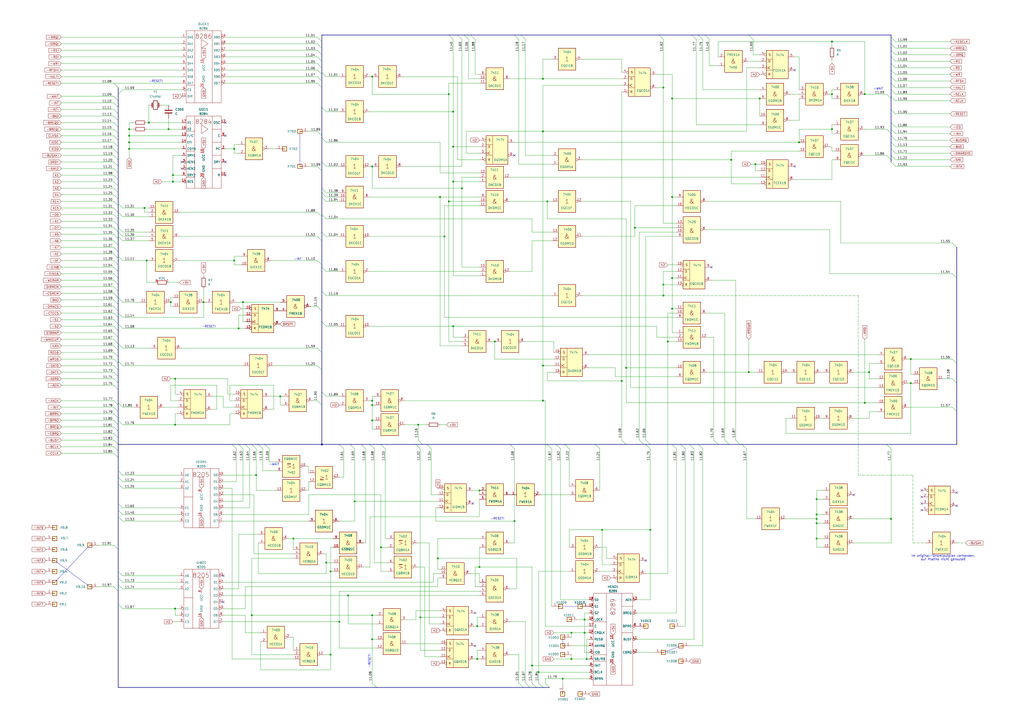
<source format=kicad_sch>
(kicad_sch (version 20231120) (generator "eeschema") (generator_version "8.0")
  (paper "A2")
  (title_block (title "KES K5170.20") (date "2024-12-11") (rev "1") (company "Original von VEB Robotron-Elektronik Dresden, Stand 11/1987") (comment 1 "Engescannt von Holm Tiffe, https://www.tiffe.de/robotron/MMS16/Schaltplaene/KES/") (comment 2 "Übertragen nach KiCad von Stefan Berndt, 12/2024"))
  (junction (at 287.02 198.12))
  (junction (at 257.81 137.16))
  (junction (at 262.89 189.23))
  (junction (at 473.71 289.56))
  (junction (at 74.93 74.93))
  (junction (at 473.71 303.53))
  (junction (at 267.97 109.22))
  (junction (at 215.9 232.41))
  (junction (at 368.3 132.08))
  (junction (at 97.79 74.93))
  (junction (at 83.82 120.65))
  (junction (at 205.74 290.83))
  (junction (at 363.22 213.36))
  (junction (at 440.69 57.15))
  (junction (at 196.85 360.68))
  (junction (at 276.86 382.27))
  (junction (at 387.35 198.12))
  (junction (at 389.89 179.07))
  (junction (at 501.65 54.61))
  (junction (at 186.69 257.81))
  (junction (at 260.35 116.84))
  (junction (at 339.09 367.03))
  (junction (at 389.89 161.29))
  (junction (at 220.98 317.5))
  (junction (at 463.55 82.55))
  (junction (at 74.93 82.55))
  (junction (at 424.18 92.71))
  (junction (at 148.59 275.59))
  (junction (at 215.9 370.84))
  (junction (at 312.42 389.89))
  (junction (at 278.13 328.93))
  (junction (at 254 323.85))
  (junction (at 516.89 300.99))
  (junction (at 189.23 326.39))
  (junction (at 340.36 382.27))
  (junction (at 262.89 85.09))
  (junction (at 260.35 54.61))
  (junction (at 215.9 96.52))
  (junction (at 99.06 175.26))
  (junction (at 473.71 298.45))
  (junction (at 86.36 71.12))
  (junction (at 473.71 312.42))
  (junction (at 100.33 101.6))
  (junction (at 101.6 219.71))
  (junction (at 215.9 234.95))
  (junction (at 74.93 78.74))
  (junction (at 314.96 212.09))
  (junction (at 314.96 76.2))
  (junction (at 162.56 229.87))
  (junction (at 501.65 233.68))
  (junction (at 314.96 45.72))
  (junction (at 377.19 307.34))
  (junction (at 473.71 300.99))
  (junction (at 278.13 284.48))
  (junction (at 276.86 363.22))
  (junction (at 215.9 356.87))
  (junction (at 262.89 64.77))
  (junction (at 170.18 312.42))
  (junction (at 384.81 50.8))
  (junction (at 201.93 345.44))
  (junction (at 482.6 24.13))
  (junction (at 349.25 307.34))
  (junction (at 191.77 331.47))
  (junction (at 482.6 54.61))
  (junction (at 314.96 232.41))
  (junction (at 331.47 367.03))
  (junction (at 331.47 382.27))
  (junction (at 482.6 74.93))
  (junction (at 384.81 165.1))
  (junction (at 308.61 386.08))
  (junction (at 438.15 95.25))
  (junction (at 118.11 175.26))
  (junction (at 135.89 86.36))
  (junction (at 528.32 208.28))
  (junction (at 191.77 379.73))
  (junction (at 389.89 114.3))
  (junction (at 360.68 220.98))
  (junction (at 215.9 44.45))
  (junction (at 434.34 215.9))
  (junction (at 215.9 243.84))
  (junction (at 384.81 171.45))
  (junction (at 135.89 151.13))
  (junction (at 101.6 353.06))
  (junction (at 255.27 114.3))
  (junction (at 243.84 358.14))
  (junction (at 504.19 215.9))
  (junction (at 101.6 246.38))
  (junction (at 262.89 105.41))
  (junction (at 140.97 175.26))
  (junction (at 528.32 222.25))
  (junction (at 317.5 116.84))
  (junction (at 74.93 86.36))
  (junction (at 389.89 57.15))
  (junction (at 85.09 151.13))
  (junction (at 242.57 246.38))
  (junction (at 138.43 190.5))
  (junction (at 339.09 359.41))
  (junction (at 298.45 302.26))
  (junction (at 146.05 356.87))
  (junction (at 326.39 393.7))
  (junction (at 100.33 105.41))
  (no_connect (at 412.75 154.94))
  (no_connect (at 105.41 97.79))
  (no_connect (at 130.81 93.98))
  (no_connect (at 461.01 96.52))
  (no_connect (at 554.99 293.37))
  (no_connect (at 130.81 78.74))
  (no_connect (at 534.67 288.29))
  (no_connect (at 275.59 374.65))
  (no_connect (at 298.45 90.17))
  (no_connect (at 105.41 93.98))
  (no_connect (at 495.3 287.02))
  (no_connect (at 461.01 40.64))
  (no_connect (at 534.67 295.91))
  (no_connect (at 129.54 349.25))
  (no_connect (at 374.65 325.12))
  (no_connect (at 130.81 101.6))
  (no_connect (at 534.67 292.1))
  (no_connect (at 554.99 285.75))
  (no_connect (at 129.54 334.01))
  (no_connect (at 534.67 284.48))
  (no_connect (at 274.32 292.1))
  (no_connect (at 130.81 71.12))
  (no_connect (at 275.59 355.6))
  (bus_entry (at 66.04 340.36) (size 2.54 2.54))
  (bus_entry (at 66.04 90.17) (size 2.54 2.54))
  (bus_entry (at 516.89 44.45) (size 2.54 2.54))
  (bus_entry (at 66.04 189.23) (size 2.54 2.54))
  (bus_entry (at 66.04 124.46) (size 2.54 2.54))
  (bus_entry (at 66.04 105.41) (size 2.54 2.54))
  (bus_entry (at 312.42 396.24) (size 2.54 2.54))
  (bus_entry (at 184.15 137.16) (size 2.54 2.54))
  (bus_entry (at 68.58 335.28) (size 2.54 2.54))
  (bus_entry (at 184.15 33.02) (size 2.54 2.54))
  (bus_entry (at 220.98 257.81) (size 2.54 2.54))
  (bus_entry (at 184.15 25.4) (size 2.54 2.54))
  (bus_entry (at 516.89 78.74) (size 2.54 2.54))
  (bus_entry (at 322.58 257.81) (size 2.54 2.54))
  (bus_entry (at 149.86 257.81) (size 2.54 2.54))
  (bus_entry (at 382.27 20.32) (size 2.54 2.54))
  (bus_entry (at 401.32 20.32) (size 2.54 2.54))
  (bus_entry (at 134.62 257.81) (size 2.54 2.54))
  (bus_entry (at 66.04 116.84) (size 2.54 2.54))
  (bus_entry (at 516.89 48.26) (size 2.54 2.54))
  (bus_entry (at 186.69 227.33) (size 2.54 2.54))
  (bus_entry (at 374.65 255.27) (size 2.54 2.54))
  (bus_entry (at 66.04 173.99) (size 2.54 2.54))
  (bus_entry (at 66.04 247.65) (size 2.54 2.54))
  (bus_entry (at 66.04 128.27) (size 2.54 2.54))
  (bus_entry (at 66.04 97.79) (size 2.54 2.54))
  (bus_entry (at 300.99 396.24) (size 2.54 2.54))
  (bus_entry (at 186.69 109.22) (size 2.54 2.54))
  (bus_entry (at 265.43 20.32) (size 2.54 2.54))
  (bus_entry (at 66.04 243.84) (size 2.54 2.54))
  (bus_entry (at 389.89 257.81) (size 2.54 2.54))
  (bus_entry (at 426.72 255.27) (size 2.54 2.54))
  (bus_entry (at 186.69 168.91) (size 2.54 2.54))
  (bus_entry (at 516.89 93.98) (size 2.54 2.54))
  (bus_entry (at 516.89 74.93) (size 2.54 2.54))
  (bus_entry (at 405.13 257.81) (size 2.54 2.54))
  (bus_entry (at 66.04 166.37) (size 2.54 2.54))
  (bus_entry (at 552.45 219.71) (size 2.54 2.54))
  (bus_entry (at 66.04 135.89) (size 2.54 2.54))
  (bus_entry (at 184.15 201.93) (size 2.54 2.54))
  (bus_entry (at 516.89 29.21) (size 2.54 2.54))
  (bus_entry (at 184.15 96.52) (size 2.54 2.54))
  (bus_entry (at 66.04 59.69) (size 2.54 2.54))
  (bus_entry (at 66.04 71.12) (size 2.54 2.54))
  (bus_entry (at 214.63 257.81) (size 2.54 2.54))
  (bus_entry (at 138.43 257.81) (size 2.54 2.54))
  (bus_entry (at 68.58 181.61) (size 2.54 2.54))
  (bus_entry (at 66.04 240.03) (size 2.54 2.54))
  (bus_entry (at 514.35 90.17) (size 2.54 2.54))
  (bus_entry (at 516.89 33.02) (size 2.54 2.54))
  (bus_entry (at 66.04 170.18) (size 2.54 2.54))
  (bus_entry (at 242.57 255.27) (size 2.54 2.54))
  (bus_entry (at 66.04 212.09) (size 2.54 2.54))
  (bus_entry (at 420.37 255.27) (size 2.54 2.54))
  (bus_entry (at 66.04 177.8) (size 2.54 2.54))
  (bus_entry (at 66.04 219.71) (size 2.54 2.54))
  (bus_entry (at 516.89 63.5) (size 2.54 2.54))
  (bus_entry (at 66.04 232.41) (size 2.54 2.54))
  (bus_entry (at 66.04 204.47) (size 2.54 2.54))
  (bus_entry (at 68.58 54.61) (size 2.54 -2.54))
  (bus_entry (at 260.35 20.32) (size 2.54 2.54))
  (bus_entry (at 552.45 208.28) (size 2.54 2.54))
  (bus_entry (at 316.23 396.24) (size 2.54 2.54))
  (bus_entry (at 66.04 215.9) (size 2.54 2.54))
  (bus_entry (at 68.58 299.72) (size 2.54 2.54))
  (bus_entry (at 186.69 134.62) (size 2.54 2.54))
  (bus_entry (at 360.68 255.27) (size 2.54 2.54))
  (bus_entry (at 66.04 200.66) (size 2.54 2.54))
  (bus_entry (at 66.04 147.32) (size 2.54 2.54))
  (bus_entry (at 552.45 140.97) (size 2.54 2.54))
  (bus_entry (at 514.35 74.93) (size 2.54 2.54))
  (bus_entry (at 186.69 114.3) (size 2.54 2.54))
  (bus_entry (at 66.04 262.89) (size 2.54 2.54))
  (bus_entry (at 66.04 139.7) (size 2.54 2.54))
  (bus_entry (at 66.04 251.46) (size 2.54 2.54))
  (bus_entry (at 184.15 212.09) (size 2.54 2.54))
  (bus_entry (at 430.53 257.81) (size 2.54 2.54))
  (bus_entry (at 66.04 78.74) (size 2.54 2.54))
  (bus_entry (at 186.69 62.23) (size 2.54 2.54))
  (bus_entry (at 184.15 48.26) (size 2.54 2.54))
  (bus_entry (at 68.58 148.59) (size 2.54 2.54))
  (bus_entry (at 68.58 292.1) (size 2.54 2.54))
  (bus_entry (at 66.04 236.22) (size 2.54 2.54))
  (bus_entry (at 196.85 257.81) (size 2.54 2.54))
  (bus_entry (at 68.58 123.19) (size 2.54 2.54))
  (bus_entry (at 186.69 93.98) (size 2.54 2.54))
  (bus_entry (at 66.04 193.04) (size 2.54 2.54))
  (bus_entry (at 184.15 21.59) (size 2.54 2.54))
  (bus_entry (at 434.34 20.32) (size 2.54 2.54))
  (bus_entry (at 66.04 316.23) (size 2.54 2.54))
  (bus_entry (at 516.89 21.59) (size 2.54 2.54))
  (bus_entry (at 308.61 396.24) (size 2.54 2.54))
  (bus_entry (at 516.89 82.55) (size 2.54 2.54))
  (bus_entry (at 184.15 36.83) (size 2.54 2.54))
  (bus_entry (at 241.3 257.81) (size 2.54 2.54))
  (bus_entry (at 370.84 255.27) (size 2.54 2.54))
  (bus_entry (at 516.89 90.17) (size 2.54 2.54))
  (bus_entry (at 184.15 177.8) (size 2.54 2.54))
  (bus_entry (at 68.58 350.52) (size 2.54 2.54))
  (bus_entry (at 298.45 20.32) (size 2.54 2.54))
  (bus_entry (at 184.15 232.41) (size 2.54 2.54))
  (bus_entry (at 66.04 93.98) (size 2.54 2.54))
  (bus_entry (at 68.58 137.16) (size 2.54 2.54))
  (bus_entry (at 66.04 63.5) (size 2.54 2.54))
  (bus_entry (at 247.65 257.81) (size 2.54 2.54))
  (bus_entry (at 68.58 339.09) (size 2.54 2.54))
  (bus_entry (at 66.04 101.6) (size 2.54 2.54))
  (bus_entry (at 394.97 257.81) (size 2.54 2.54))
  (bus_entry (at 66.04 55.88) (size 2.54 2.54))
  (bus_entry (at 68.58 295.91) (size 2.54 2.54))
  (bus_entry (at 142.24 257.81) (size 2.54 2.54))
  (bus_entry (at 68.58 187.96) (size 2.54 2.54))
  (bus_entry (at 68.58 276.86) (size 2.54 2.54))
  (bus_entry (at 66.04 143.51) (size 2.54 2.54))
  (bus_entry (at 304.8 396.24) (size 2.54 2.54))
  (bus_entry (at 269.24 20.32) (size 2.54 2.54))
  (bus_entry (at 186.69 154.94) (size 2.54 2.54))
  (bus_entry (at 215.9 396.24) (size 2.54 2.54))
  (bus_entry (at 414.02 255.27) (size 2.54 2.54))
  (bus_entry (at 66.04 154.94) (size 2.54 2.54))
  (bus_entry (at 153.67 257.81) (size 2.54 2.54))
  (bus_entry (at 66.04 162.56) (size 2.54 2.54))
  (bus_entry (at 186.69 80.01) (size 2.54 2.54))
  (bus_entry (at 327.66 257.81) (size 2.54 2.54))
  (bus_entry (at 68.58 134.62) (size 2.54 2.54))
  (bus_entry (at 146.05 257.81) (size 2.54 2.54))
  (bus_entry (at 66.04 132.08) (size 2.54 2.54))
  (bus_entry (at 66.04 259.08) (size 2.54 2.54))
  (bus_entry (at 66.04 67.31) (size 2.54 2.54))
  (bus_entry (at 66.04 196.85) (size 2.54 2.54))
  (bus_entry (at 66.04 109.22) (size 2.54 2.54))
  (bus_entry (at 203.2 257.81) (size 2.54 2.54))
  (bus_entry (at 68.58 233.68) (size 2.54 2.54))
  (bus_entry (at 514.35 257.81) (size 2.54 2.54))
  (bus_entry (at 317.5 257.81) (size 2.54 2.54))
  (bus_entry (at 68.58 118.11) (size 2.54 2.54))
  (bus_entry (at 552.45 158.75) (size 2.54 2.54))
  (bus_entry (at 186.69 41.91) (size 2.54 2.54))
  (bus_entry (at 66.04 86.36) (size 2.54 2.54))
  (bus_entry (at 184.15 151.13) (size 2.54 2.54))
  (bus_entry (at 295.91 257.81) (size 2.54 2.54))
  (bus_entry (at 66.04 48.26) (size 2.54 2.54))
  (bus_entry (at 209.55 257.81) (size 2.54 2.54))
  (bus_entry (at 66.04 223.52) (size 2.54 2.54))
  (bus_entry (at 516.89 52.07) (size 2.54 2.54))
  (bus_entry (at 516.89 36.83) (size 2.54 2.54))
  (bus_entry (at 405.13 20.32) (size 2.54 2.54))
  (bus_entry (at 66.04 185.42) (size 2.54 2.54))
  (bus_entry (at 68.58 199.39) (size 2.54 2.54))
  (bus_entry (at 68.58 209.55) (size 2.54 2.54))
  (bus_entry (at 66.04 151.13) (size 2.54 2.54))
  (bus_entry (at 68.58 331.47) (size 2.54 2.54))
  (bus_entry (at 66.04 255.27) (size 2.54 2.54))
  (bus_entry (at 400.05 257.81) (size 2.54 2.54))
  (bus_entry (at 514.35 54.61) (size 2.54 2.54))
  (bus_entry (at 516.89 71.12) (size 2.54 2.54))
  (bus_entry (at 184.15 29.21) (size 2.54 2.54))
  (bus_entry (at 184.15 76.2) (size 2.54 2.54))
  (bus_entry (at 516.89 86.36) (size 2.54 2.54))
  (bus_entry (at 66.04 158.75) (size 2.54 2.54))
  (bus_entry (at 186.69 111.76) (size 2.54 2.54))
  (bus_entry (at 302.26 20.32) (size 2.54 2.54))
  (bus_entry (at 68.58 280.67) (size 2.54 2.54))
  (bus_entry (at 184.15 44.45) (size 2.54 2.54))
  (bus_entry (at 374.65 257.81) (size 2.54 2.54))
  (bus_entry (at 66.04 120.65) (size 2.54 2.54))
  (bus_entry (at 66.04 181.61) (size 2.54 2.54))
  (bus_entry (at 516.89 25.4) (size 2.54 2.54))
  (bus_entry (at 345.44 257.81) (size 2.54 2.54))
  (bus_entry (at 408.94 20.32) (size 2.54 2.54))
  (bus_entry (at 186.69 124.46) (size 2.54 2.54))
  (bus_entry (at 184.15 40.64) (size 2.54 2.54))
  (bus_entry (at 68.58 172.72) (size 2.54 2.54))
  (bus_entry (at 516.89 55.88) (size 2.54 2.54))
  (bus_entry (at 66.04 74.93) (size 2.54 2.54))
  (bus_entry (at 516.89 40.64) (size 2.54 2.54))
  (bus_entry (at 66.04 82.55) (size 2.54 2.54))
  (bus_entry (at 552.45 236.22) (size 2.54 2.54))
  (bus_entry (at 273.05 20.32) (size 2.54 2.54))
  (bus_entry (at 68.58 243.84) (size 2.54 2.54))
  (bus_entry (at 184.15 123.19) (size 2.54 2.54))
  (bus_entry (at 68.58 273.05) (size 2.54 2.54))
  (bus_entry (at 66.04 113.03) (size 2.54 2.54))
  (bus_entry (at 186.69 186.69) (size 2.54 2.54))
  (bus_entry (at 68.58 132.08) (size 2.54 2.54))
  (bus_entry (at 66.04 208.28) (size 2.54 2.54))
  (wire (pts (xy 224.79 326.39) (xy 217.17 326.39)))
  (wire (pts (xy 473.71 300.99) (xy 473.71 298.45)))
  (wire (pts (xy 308.61 386.08) (xy 308.61 396.24)))
  (wire (pts (xy 233.68 96.52) (xy 267.97 96.52)))
  (wire (pts (xy 35.56 21.59) (xy 105.41 21.59)))
  (wire (pts (xy 74.93 78.74) (xy 105.41 78.74)))
  (wire (pts (xy 35.56 82.55) (xy 66.04 82.55)))
  (wire (pts (xy 71.12 294.64) (xy 104.14 294.64)))
  (wire (pts (xy 255.27 114.3) (xy 278.13 114.3)))
  (wire (pts (xy 144.78 294.64) (xy 144.78 260.35)))
  (wire (pts (xy 130.81 36.83) (xy 184.15 36.83)))
  (wire (pts (xy 255.27 358.14) (xy 243.84 358.14)))
  (wire (pts (xy 35.56 113.03) (xy 66.04 113.03)))
  (wire (pts (xy 337.82 34.29) (xy 360.68 34.29)))
  (wire (pts (xy 436.88 22.86) (xy 436.88 31.75)))
  (bus (pts (xy 186.69 109.22) (xy 186.69 99.06)))
  (wire (pts (xy 438.15 99.06) (xy 438.15 95.25)))
  (wire (pts (xy 234.95 232.41) (xy 314.96 232.41)))
  (wire (pts (xy 35.56 132.08) (xy 66.04 132.08)))
  (wire (pts (xy 129.54 229.87) (xy 129.54 236.22)))
  (wire (pts (xy 125.73 237.49) (xy 125.73 223.52)))
  (bus (pts (xy 68.58 184.15) (xy 68.58 187.96)))
  (bus (pts (xy 68.58 69.85) (xy 68.58 73.66)))
  (wire (pts (xy 214.63 157.48) (xy 278.13 157.48)))
  (wire (pts (xy 71.12 120.65) (xy 83.82 120.65)))
  (bus (pts (xy 68.58 318.77) (xy 68.58 331.47)))
  (wire (pts (xy 519.43 39.37) (xy 551.18 39.37)))
  (wire (pts (xy 440.69 106.68) (xy 424.18 106.68)))
  (wire (pts (xy 83.82 120.65) (xy 86.36 120.65)))
  (wire (pts (xy 85.09 74.93) (xy 97.79 74.93)))
  (wire (pts (xy 368.3 132.08) (xy 392.43 132.08)))
  (wire (pts (xy 392.43 260.35) (xy 392.43 355.6)))
  (wire (pts (xy 142.24 182.88) (xy 138.43 182.88)))
  (wire (pts (xy 509.27 210.82) (xy 504.19 210.82)))
  (wire (pts (xy 262.89 64.77) (xy 262.89 85.09)))
  (bus (pts (xy 554.99 210.82) (xy 554.99 222.25)))
  (polyline (pts (xy 384.81 378.46) (xy 394.97 374.65)))
  (wire (pts (xy 349.25 327.66) (xy 349.25 307.34)))
  (bus (pts (xy 408.94 20.32) (xy 434.34 20.32)))
  (wire (pts (xy 179.07 298.45) (xy 179.07 287.02)))
  (wire (pts (xy 170.18 379.73) (xy 146.05 379.73)))
  (wire (pts (xy 473.71 303.53) (xy 473.71 300.99)))
  (wire (pts (xy 519.43 88.9) (xy 551.18 88.9)))
  (wire (pts (xy 97.79 68.58) (xy 97.79 74.93)))
  (wire (pts (xy 501.65 74.93) (xy 514.35 74.93)))
  (wire (pts (xy 381 195.58) (xy 381 189.23)))
  (wire (pts (xy 71.12 279.4) (xy 104.14 279.4)))
  (wire (pts (xy 276.86 358.14) (xy 276.86 363.22)))
  (bus (pts (xy 327.66 257.81) (xy 345.44 257.81)))
  (bus (pts (xy 373.38 257.81) (xy 374.65 257.81)))
  (wire (pts (xy 278.13 48.26) (xy 260.35 48.26)))
  (wire (pts (xy 118.11 158.75) (xy 118.11 160.02)))
  (bus (pts (xy 516.89 21.59) (xy 516.89 25.4)))
  (wire (pts (xy 516.89 260.35) (xy 516.89 300.99)))
  (wire (pts (xy 35.56 25.4) (xy 105.41 25.4)))
  (wire (pts (xy 251.46 337.82) (xy 251.46 332.74)))
  (wire (pts (xy 35.56 236.22) (xy 66.04 236.22)))
  (wire (pts (xy 368.3 132.08) (xy 368.3 119.38)))
  (wire (pts (xy 331.47 374.65) (xy 341.63 374.65)))
  (wire (pts (xy 339.09 367.03) (xy 341.63 367.03)))
  (wire (pts (xy 317.5 215.9) (xy 317.5 220.98)))
  (wire (pts (xy 71.12 341.63) (xy 104.14 341.63)))
  (wire (pts (xy 35.56 67.31) (xy 66.04 67.31)))
  (wire (pts (xy 71.12 184.15) (xy 118.11 184.15)))
  (wire (pts (xy 392.43 137.16) (xy 374.65 137.16)))
  (wire (pts (xy 179.07 279.4) (xy 179.07 284.48)))
  (wire (pts (xy 35.56 247.65) (xy 66.04 247.65)))
  (wire (pts (xy 326.39 393.7) (xy 316.23 393.7)))
  (wire (pts (xy 265.43 44.45) (xy 265.43 92.71)))
  (wire (pts (xy 487.68 140.97) (xy 552.45 140.97)))
  (wire (pts (xy 267.97 102.87) (xy 278.13 102.87)))
  (wire (pts (xy 71.12 190.5) (xy 138.43 190.5)))
  (wire (pts (xy 125.73 223.52) (xy 99.06 223.52)))
  (bus (pts (xy 138.43 257.81) (xy 142.24 257.81)))
  (wire (pts (xy 100.33 360.68) (xy 104.14 360.68)))
  (wire (pts (xy 57.15 316.23) (xy 66.04 316.23)))
  (wire (pts (xy 35.56 200.66) (xy 66.04 200.66)))
  (wire (pts (xy 215.9 44.45) (xy 215.9 54.61)))
  (bus (pts (xy 516.89 74.93) (xy 516.89 77.47)))
  (wire (pts (xy 97.79 74.93) (xy 105.41 74.93)))
  (wire (pts (xy 35.56 232.41) (xy 66.04 232.41)))
  (wire (pts (xy 133.35 232.41) (xy 135.89 232.41)))
  (wire (pts (xy 314.96 232.41) (xy 314.96 212.09)))
  (wire (pts (xy 298.45 302.26) (xy 298.45 314.96)))
  (wire (pts (xy 147.32 287.02) (xy 147.32 321.31)))
  (wire (pts (xy 434.34 35.56) (xy 440.69 35.56)))
  (wire (pts (xy 189.23 332.74) (xy 149.86 332.74)))
  (wire (pts (xy 71.12 212.09) (xy 140.97 212.09)))
  (wire (pts (xy 35.56 93.98) (xy 66.04 93.98)))
  (wire (pts (xy 236.22 373.38) (xy 255.27 373.38)))
  (bus (pts (xy 405.13 257.81) (xy 416.56 257.81)))
  (wire (pts (xy 134.62 382.27) (xy 170.18 382.27)))
  (bus (pts (xy 186.69 124.46) (xy 186.69 114.3)))
  (wire (pts (xy 74.93 82.55) (xy 105.41 82.55)))
  (wire (pts (xy 313.69 287.02) (xy 330.2 287.02)))
  (wire (pts (xy 157.48 151.13) (xy 184.15 151.13)))
  (bus (pts (xy 68.58 181.61) (xy 68.58 184.15)))
  (wire (pts (xy 278.13 105.41) (xy 262.89 105.41)))
  (wire (pts (xy 473.71 298.45) (xy 477.52 298.45)))
  (wire (pts (xy 257.81 184.15) (xy 392.43 184.15)))
  (wire (pts (xy 66.04 48.26) (xy 105.41 48.26)))
  (wire (pts (xy 347.98 331.47) (xy 354.33 331.47)))
  (bus (pts (xy 186.69 50.8) (xy 186.69 46.99)))
  (bus (pts (xy 247.65 257.81) (xy 295.91 257.81)))
  (wire (pts (xy 196.85 342.9) (xy 196.85 360.68)))
  (wire (pts (xy 99.06 223.52) (xy 99.06 232.41)))
  (wire (pts (xy 528.32 251.46) (xy 528.32 222.25)))
  (wire (pts (xy 554.99 314.96) (xy 560.07 314.96)) (stroke (width 0) (type dash)))
  (wire (pts (xy 162.56 234.95) (xy 163.83 234.95)))
  (wire (pts (xy 330.2 307.34) (xy 330.2 317.5)))
  (bus (pts (xy 374.65 257.81) (xy 377.19 257.81)))
  (wire (pts (xy 148.59 275.59) (xy 148.59 284.48)))
  (wire (pts (xy 400.05 374.65) (xy 407.67 374.65)))
  (wire (pts (xy 351.79 323.85) (xy 354.33 323.85)))
  (wire (pts (xy 295.91 116.84) (xy 317.5 116.84)))
  (wire (pts (xy 148.59 284.48) (xy 160.02 284.48)))
  (wire (pts (xy 214.63 328.93) (xy 214.63 299.72)))
  (wire (pts (xy 458.47 242.57) (xy 455.93 242.57)))
  (wire (pts (xy 189.23 321.31) (xy 189.23 326.39)))
  (wire (pts (xy 314.96 34.29) (xy 320.04 34.29)))
  (wire (pts (xy 220.98 317.5) (xy 224.79 317.5)))
  (bus (pts (xy 68.58 92.71) (xy 68.58 96.52)))
  (wire (pts (xy 436.88 31.75) (xy 440.69 31.75)))
  (wire (pts (xy 463.55 74.93) (xy 463.55 82.55)))
  (wire (pts (xy 35.56 124.46) (xy 66.04 124.46)))
  (wire (pts (xy 179.07 270.51) (xy 179.07 274.32)))
  (wire (pts (xy 341.63 393.7) (xy 326.39 393.7)))
  (wire (pts (xy 285.75 198.12) (xy 287.02 198.12)))
  (bus (pts (xy 68.58 265.43) (xy 68.58 273.05)))
  (wire (pts (xy 217.17 260.35) (xy 217.17 326.39)))
  (wire (pts (xy 156.21 260.35) (xy 156.21 267.97)))
  (bus (pts (xy 298.45 20.32) (xy 302.26 20.32)))
  (wire (pts (xy 104.14 356.87) (xy 101.6 356.87)))
  (wire (pts (xy 369.57 355.6) (xy 392.43 355.6)))
  (wire (pts (xy 278.13 100.33) (xy 255.27 100.33)))
  (wire (pts (xy 402.59 260.35) (xy 402.59 370.84)))
  (bus (pts (xy 68.58 168.91) (xy 68.58 172.72)))
  (wire (pts (xy 403.86 72.39) (xy 440.69 72.39)))
  (wire (pts (xy 363.22 213.36) (xy 392.43 213.36)))
  (wire (pts (xy 416.56 24.13) (xy 482.6 24.13)))
  (wire (pts (xy 179.07 96.52) (xy 184.15 96.52)))
  (wire (pts (xy 138.43 341.63) (xy 138.43 309.88)))
  (bus (pts (xy 186.69 234.95) (xy 186.69 227.33)))
  (wire (pts (xy 392.43 195.58) (xy 381 195.58)))
  (wire (pts (xy 501.65 90.17) (xy 514.35 90.17)))
  (wire (pts (xy 95.25 236.22) (xy 102.87 236.22)))
  (wire (pts (xy 149.86 332.74) (xy 149.86 314.96)))
  (wire (pts (xy 191.77 388.62) (xy 191.77 379.73)))
  (wire (pts (xy 189.23 137.16) (xy 196.85 137.16)))
  (wire (pts (xy 275.59 43.18) (xy 278.13 43.18)))
  (wire (pts (xy 189.23 111.76) (xy 196.85 111.76)))
  (wire (pts (xy 304.8 360.68) (xy 304.8 396.24)))
  (wire (pts (xy 140.97 175.26) (xy 162.56 175.26)))
  (wire (pts (xy 340.36 370.84) (xy 341.63 370.84)))
  (wire (pts (xy 308.61 134.62) (xy 308.61 127)))
  (wire (pts (xy 129.54 302.26) (xy 179.07 302.26)))
  (wire (pts (xy 139.7 179.07) (xy 142.24 179.07)))
  (wire (pts (xy 308.61 139.7) (xy 320.04 139.7)))
  (wire (pts (xy 97.79 163.83) (xy 104.14 163.83)))
  (bus (pts (xy 68.58 107.95) (xy 68.58 111.76)))
  (wire (pts (xy 243.84 260.35) (xy 243.84 358.14)))
  (wire (pts (xy 142.24 353.06) (xy 129.54 353.06)))
  (bus (pts (xy 149.86 257.81) (xy 153.67 257.81)))
  (wire (pts (xy 215.9 243.84) (xy 217.17 243.84)))
  (wire (pts (xy 101.6 246.38) (xy 101.6 240.03)))
  (bus (pts (xy 186.69 111.76) (xy 186.69 109.22)))
  (wire (pts (xy 276.86 377.19) (xy 276.86 382.27)))
  (wire (pts (xy 295.91 341.63) (xy 299.72 341.63)))
  (bus (pts (xy 68.58 85.09) (xy 68.58 88.9)))
  (wire (pts (xy 35.56 33.02) (xy 105.41 33.02)))
  (bus (pts (xy 186.69 204.47) (xy 186.69 186.69)))
  (bus (pts (xy 68.58 123.19) (xy 68.58 127)))
  (wire (pts (xy 295.91 157.48) (xy 308.61 157.48)))
  (wire (pts (xy 473.71 312.42) (xy 473.71 303.53)))
  (wire (pts (xy 101.6 240.03) (xy 102.87 240.03)))
  (bus (pts (xy 68.58 335.28) (xy 68.58 339.09)))
  (wire (pts (xy 99.06 172.72) (xy 100.33 172.72)))
  (wire (pts (xy 99.06 177.8) (xy 99.06 175.26)))
  (wire (pts (xy 481.33 54.61) (xy 482.6 54.61)))
  (wire (pts (xy 93.98 105.41) (xy 100.33 105.41)))
  (wire (pts (xy 392.43 193.04) (xy 389.89 193.04)))
  (bus (pts (xy 68.58 243.84) (xy 68.58 246.38)))
  (wire (pts (xy 477.52 317.5) (xy 473.71 317.5)))
  (wire (pts (xy 191.77 331.47) (xy 193.04 331.47)))
  (bus (pts (xy 68.58 199.39) (xy 68.58 203.2)))
  (bus (pts (xy 68.58 242.57) (xy 68.58 243.84)))
  (bus (pts (xy 394.97 257.81) (xy 400.05 257.81)))
  (bus (pts (xy 68.58 276.86) (xy 68.58 280.67)))
  (bus (pts (xy 516.89 82.55) (xy 516.89 86.36)))
  (wire (pts (xy 142.24 356.87) (xy 142.24 367.03)))
  (wire (pts (xy 220.98 287.02) (xy 220.98 317.5)))
  (polyline (pts (xy 31.75 325.12) (xy 52.07 340.36)))
  (wire (pts (xy 101.6 246.38) (xy 133.35 246.38)))
  (bus (pts (xy 405.13 20.32) (xy 408.94 20.32)))
  (bus (pts (xy 68.58 119.38) (xy 68.58 123.19)))
  (bus (pts (xy 68.58 203.2) (xy 68.58 207.01)))
  (wire (pts (xy 317.5 116.84) (xy 320.04 116.84)))
  (wire (pts (xy 374.65 332.74) (xy 387.35 332.74)))
  (wire (pts (xy 262.89 105.41) (xy 262.89 160.02)))
  (bus (pts (xy 186.69 99.06) (xy 186.69 93.98)))
  (wire (pts (xy 210.82 328.93) (xy 214.63 328.93)))
  (wire (pts (xy 519.43 77.47) (xy 551.18 77.47)))
  (wire (pts (xy 74.93 78.74) (xy 74.93 82.55)))
  (bus (pts (xy 68.58 295.91) (xy 68.58 299.72)))
  (wire (pts (xy 35.56 162.56) (xy 66.04 162.56)))
  (wire (pts (xy 71.12 353.06) (xy 101.6 353.06)))
  (wire (pts (xy 170.18 312.42) (xy 193.04 312.42)))
  (wire (pts (xy 304.8 90.17) (xy 320.04 90.17)))
  (wire (pts (xy 35.56 101.6) (xy 66.04 101.6)))
  (polyline (pts (xy 31.75 337.82) (xy 52.07 316.23)))
  (wire (pts (xy 276.86 363.22) (xy 278.13 363.22)))
  (wire (pts (xy 387.35 181.61) (xy 387.35 198.12)))
  (wire (pts (xy 440.69 57.15) (xy 440.69 67.31)))
  (wire (pts (xy 473.71 312.42) (xy 477.52 312.42)))
  (wire (pts (xy 433.07 39.37) (xy 433.07 76.2)))
  (wire (pts (xy 420.37 181.61) (xy 420.37 255.27)))
  (bus (pts (xy 134.62 257.81) (xy 138.43 257.81)))
  (wire (pts (xy 35.56 86.36) (xy 66.04 86.36)))
  (wire (pts (xy 134.62 283.21) (xy 134.62 382.27)))
  (wire (pts (xy 389.89 57.15) (xy 440.69 57.15)))
  (wire (pts (xy 314.96 76.2) (xy 314.96 49.53)))
  (bus (pts (xy 269.24 20.32) (xy 273.05 20.32)))
  (bus (pts (xy 68.58 118.11) (xy 68.58 119.38)))
  (wire (pts (xy 257.81 137.16) (xy 257.81 184.15)))
  (bus (pts (xy 389.89 257.81) (xy 394.97 257.81)))
  (wire (pts (xy 205.74 290.83) (xy 254 290.83)))
  (wire (pts (xy 389.89 161.29) (xy 392.43 161.29)))
  (wire (pts (xy 71.12 334.01) (xy 104.14 334.01)))
  (wire (pts (xy 179.07 76.2) (xy 184.15 76.2)))
  (wire (pts (xy 547.37 219.71) (xy 552.45 219.71)))
  (wire (pts (xy 463.55 74.93) (xy 482.6 74.93)))
  (wire (pts (xy 504.19 215.9) (xy 504.19 219.71)))
  (wire (pts (xy 254 330.2) (xy 255.27 330.2)))
  (wire (pts (xy 71.12 139.7) (xy 86.36 139.7)))
  (bus (pts (xy 241.3 257.81) (xy 245.11 257.81)))
  (wire (pts (xy 392.43 181.61) (xy 387.35 181.61)))
  (wire (pts (xy 214.63 114.3) (xy 255.27 114.3)))
  (wire (pts (xy 519.43 46.99) (xy 551.18 46.99)))
  (wire (pts (xy 326.39 397.51) (xy 326.39 393.7)))
  (bus (pts (xy 68.58 142.24) (xy 68.58 146.05)))
  (bus (pts (xy 68.58 292.1) (xy 68.58 295.91)))
  (bus (pts (xy 186.69 186.69) (xy 186.69 180.34)))
  (wire (pts (xy 321.31 367.03) (xy 331.47 367.03)))
  (bus (pts (xy 186.69 39.37) (xy 186.69 35.56)))
  (bus (pts (xy 401.32 20.32) (xy 405.13 20.32)))
  (wire (pts (xy 476.25 215.9) (xy 477.52 215.9)))
  (wire (pts (xy 271.78 45.72) (xy 278.13 45.72)))
  (wire (pts (xy 337.82 116.84) (xy 365.76 116.84)))
  (wire (pts (xy 314.96 49.53) (xy 360.68 49.53)))
  (bus (pts (xy 68.58 254) (xy 68.58 257.81)))
  (wire (pts (xy 242.57 314.96) (xy 248.92 314.96)))
  (wire (pts (xy 162.56 229.87) (xy 163.83 229.87)))
  (wire (pts (xy 236.22 359.41) (xy 241.3 359.41)))
  (wire (pts (xy 146.05 356.87) (xy 215.9 356.87)))
  (wire (pts (xy 254 294.64) (xy 252.73 294.64)))
  (bus (pts (xy 186.69 125.73) (xy 186.69 124.46)))
  (wire (pts (xy 151.13 372.11) (xy 151.13 388.62)))
  (wire (pts (xy 35.56 48.26) (xy 66.04 48.26)))
  (wire (pts (xy 481.33 158.75) (xy 481.33 133.35)))
  (wire (pts (xy 35.56 219.71) (xy 66.04 219.71)))
  (wire (pts (xy 142.24 367.03) (xy 151.13 367.03)))
  (bus (pts (xy 516.89 29.21) (xy 516.89 33.02)))
  (wire (pts (xy 410.21 215.9) (xy 434.34 215.9)))
  (wire (pts (xy 217.17 229.87) (xy 215.9 229.87)))
  (wire (pts (xy 331.47 382.27) (xy 340.36 382.27)))
  (wire (pts (xy 35.56 251.46) (xy 66.04 251.46)))
  (wire (pts (xy 146.05 323.85) (xy 170.18 323.85)))
  (wire (pts (xy 252.73 294.64) (xy 252.73 302.26)))
  (wire (pts (xy 189.23 189.23) (xy 196.85 189.23)))
  (wire (pts (xy 142.24 186.69) (xy 140.97 186.69)))
  (wire (pts (xy 473.71 289.56) (xy 477.52 289.56)))
  (wire (pts (xy 214.63 189.23) (xy 262.89 189.23)))
  (bus (pts (xy 186.69 31.75) (xy 186.69 27.94)))
  (bus (pts (xy 516.89 40.64) (xy 516.89 44.45)))
  (wire (pts (xy 389.89 161.29) (xy 389.89 179.07)))
  (wire (pts (xy 287.02 208.28) (xy 287.02 198.12)))
  (wire (pts (xy 482.6 104.14) (xy 461.01 104.14)))
  (wire (pts (xy 504.19 238.76) (xy 509.27 238.76)))
  (bus (pts (xy 68.58 257.81) (xy 134.62 257.81)))
  (wire (pts (xy 181.61 232.41) (xy 184.15 232.41)))
  (wire (pts (xy 191.77 317.5) (xy 191.77 331.47)))
  (wire (pts (xy 139.7 153.67) (xy 135.89 153.67)))
  (wire (pts (xy 35.56 189.23) (xy 66.04 189.23)))
  (wire (pts (xy 337.82 137.16) (xy 368.3 137.16)))
  (wire (pts (xy 138.43 83.82) (xy 135.89 83.82)))
  (wire (pts (xy 196.85 360.68) (xy 196.85 375.92)))
  (wire (pts (xy 214.63 137.16) (xy 257.81 137.16)))
  (wire (pts (xy 35.56 243.84) (xy 66.04 243.84)))
  (wire (pts (xy 519.43 43.18) (xy 551.18 43.18)))
  (wire (pts (xy 129.54 287.02) (xy 147.32 287.02)))
  (wire (pts (xy 440.69 52.07) (xy 407.67 52.07)))
  (wire (pts (xy 300.99 379.73) (xy 300.99 396.24)))
  (wire (pts (xy 495.3 242.57) (xy 504.19 242.57)))
  (wire (pts (xy 377.19 347.98) (xy 377.19 307.34)))
  (wire (pts (xy 196.85 276.86) (xy 199.39 276.86)))
  (wire (pts (xy 482.6 24.13) (xy 482.6 26.67)))
  (wire (pts (xy 374.65 137.16) (xy 374.65 255.27)))
  (wire (pts (xy 317.5 116.84) (xy 317.5 127)))
  (wire (pts (xy 424.18 106.68) (xy 424.18 92.71)))
  (wire (pts (xy 389.89 114.3) (xy 392.43 114.3)))
  (wire (pts (xy 215.9 243.84) (xy 215.9 248.92)))
  (wire (pts (xy 214.63 96.52) (xy 215.9 96.52)))
  (wire (pts (xy 262.89 85.09) (xy 278.13 85.09)))
  (polyline (pts (xy 326.39 369.57) (xy 326.39 374.65)))
  (bus (pts (xy 186.69 139.7) (xy 186.69 134.62)))
  (bus (pts (xy 68.58 210.82) (xy 68.58 214.63)))
  (wire (pts (xy 298.45 314.96) (xy 295.91 314.96)))
  (wire (pts (xy 528.32 208.28) (xy 552.45 208.28)))
  (wire (pts (xy 179.07 284.48) (xy 177.8 284.48)))
  (wire (pts (xy 35.56 143.51) (xy 66.04 143.51)))
  (wire (pts (xy 35.56 212.09) (xy 66.04 212.09)))
  (wire (pts (xy 308.61 328.93) (xy 308.61 386.08)))
  (wire (pts (xy 495.3 300.99) (xy 516.89 300.99)))
  (bus (pts (xy 186.69 214.63) (xy 186.69 204.47)))
  (wire (pts (xy 298.45 82.55) (xy 463.55 82.55)))
  (wire (pts (xy 278.13 312.42) (xy 254 312.42)))
  (wire (pts (xy 233.68 44.45) (xy 265.43 44.45)))
  (wire (pts (xy 516.89 300.99) (xy 516.89 314.96)))
  (wire (pts (xy 130.81 44.45) (xy 184.15 44.45)))
  (wire (pts (xy 411.48 22.86) (xy 411.48 38.1)))
  (wire (pts (xy 265.43 92.71) (xy 278.13 92.71)))
  (wire (pts (xy 74.93 71.12) (xy 74.93 74.93)))
  (wire (pts (xy 162.56 229.87) (xy 162.56 234.95)))
  (wire (pts (xy 189.23 127) (xy 308.61 127)))
  (wire (pts (xy 35.56 173.99) (xy 66.04 173.99)))
  (bus (pts (xy 186.69 24.13) (xy 186.69 20.32)))
  (wire (pts (xy 35.56 74.93) (xy 66.04 74.93)))
  (wire (pts (xy 35.56 255.27) (xy 66.04 255.27)))
  (wire (pts (xy 325.12 260.35) (xy 325.12 347.98)))
  (wire (pts (xy 35.56 185.42) (xy 66.04 185.42)))
  (wire (pts (xy 129.54 236.22) (xy 135.89 236.22)))
  (wire (pts (xy 215.9 370.84) (xy 218.44 370.84)))
  (wire (pts (xy 180.34 177.8) (xy 184.15 177.8)))
  (wire (pts (xy 138.43 182.88) (xy 138.43 190.5)))
  (wire (pts (xy 316.23 232.41) (xy 314.96 232.41)))
  (wire (pts (xy 262.89 22.86) (xy 262.89 64.77)))
  (wire (pts (xy 71.12 236.22) (xy 77.47 236.22)))
  (wire (pts (xy 389.89 193.04) (xy 389.89 179.07)))
  (wire (pts (xy 527.05 236.22) (xy 552.45 236.22)))
  (wire (pts (xy 360.68 53.34) (xy 360.68 220.98)))
  (wire (pts (xy 519.43 24.13) (xy 551.18 24.13)))
  (bus (pts (xy 68.58 250.19) (xy 68.58 254)))
  (wire (pts (xy 86.36 123.19) (xy 83.82 123.19)))
  (wire (pts (xy 262.89 195.58) (xy 267.97 195.58)))
  (wire (pts (xy 71.12 151.13) (xy 85.09 151.13)))
  (wire (pts (xy 129.54 290.83) (xy 140.97 290.83)))
  (bus (pts (xy 186.69 93.98) (xy 186.69 80.01)))
  (wire (pts (xy 519.43 81.28) (xy 551.18 81.28)))
  (wire (pts (xy 407.67 52.07) (xy 407.67 22.86)))
  (wire (pts (xy 321.31 208.28) (xy 287.02 208.28)))
  (wire (pts (xy 93.98 60.96) (xy 97.79 60.96)))
  (wire (pts (xy 424.18 92.71) (xy 424.18 87.63)))
  (bus (pts (xy 516.89 25.4) (xy 516.89 29.21)))
  (wire (pts (xy 137.16 279.4) (xy 129.54 279.4)))
  (wire (pts (xy 473.71 303.53) (xy 477.52 303.53)))
  (wire (pts (xy 387.35 153.67) (xy 392.43 153.67)))
  (wire (pts (xy 455.93 300.99) (xy 473.71 300.99)))
  (wire (pts (xy 218.44 361.95) (xy 201.93 361.95)))
  (bus (pts (xy 186.69 114.3) (xy 186.69 111.76)))
  (wire (pts (xy 433.07 260.35) (xy 433.07 300.99)))
  (wire (pts (xy 156.21 86.36) (xy 160.02 86.36)))
  (wire (pts (xy 384.81 157.48) (xy 384.81 165.1)))
  (wire (pts (xy 278.13 284.48) (xy 278.13 287.02)))
  (wire (pts (xy 129.54 341.63) (xy 138.43 341.63)))
  (wire (pts (xy 35.56 170.18) (xy 66.04 170.18)))
  (wire (pts (xy 35.56 196.85) (xy 66.04 196.85)))
  (bus (pts (xy 68.58 148.59) (xy 68.58 149.86)))
  (bus (pts (xy 514.35 257.81) (xy 554.99 257.81)))
  (bus (pts (xy 554.99 161.29) (xy 554.99 210.82)))
  (wire (pts (xy 339.09 355.6) (xy 339.09 359.41)))
  (bus (pts (xy 68.58 331.47) (xy 68.58 335.28)))
  (wire (pts (xy 71.12 125.73) (xy 86.36 125.73)))
  (wire (pts (xy 483.87 57.15) (xy 482.6 57.15)))
  (wire (pts (xy 414.02 195.58) (xy 414.02 255.27)))
  (wire (pts (xy 142.24 340.36) (xy 142.24 353.06)))
  (wire (pts (xy 71.12 175.26) (xy 81.28 175.26)))
  (wire (pts (xy 363.22 127) (xy 363.22 213.36)))
  (wire (pts (xy 170.18 369.57) (xy 170.18 377.19)))
  (wire (pts (xy 189.23 229.87) (xy 196.85 229.87)))
  (wire (pts (xy 242.57 255.27) (xy 242.57 246.38)))
  (wire (pts (xy 35.56 166.37) (xy 66.04 166.37)))
  (bus (pts (xy 68.58 176.53) (xy 68.58 180.34)))
  (wire (pts (xy 504.19 242.57) (xy 504.19 238.76)))
  (bus (pts (xy 68.58 195.58) (xy 68.58 199.39)))
  (wire (pts (xy 255.27 246.38) (xy 259.08 246.38)))
  (wire (pts (xy 433.07 76.2) (xy 314.96 76.2)))
  (bus (pts (xy 68.58 138.43) (xy 68.58 142.24)))
  (bus (pts (xy 142.24 257.81) (xy 146.05 257.81)))
  (bus (pts (xy 554.99 238.76) (xy 554.99 257.81)))
  (wire (pts (xy 248.92 314.96) (xy 248.92 361.95)))
  (wire (pts (xy 482.6 52.07) (xy 483.87 52.07)))
  (wire (pts (xy 262.89 189.23) (xy 262.89 195.58)))
  (wire (pts (xy 278.13 342.9) (xy 196.85 342.9)))
  (wire (pts (xy 215.9 356.87) (xy 215.9 370.84)))
  (wire (pts (xy 215.9 232.41) (xy 215.9 234.95)))
  (wire (pts (xy 146.05 323.85) (xy 146.05 356.87)))
  (wire (pts (xy 438.15 300.99) (xy 433.07 300.99)))
  (wire (pts (xy 278.13 317.5) (xy 278.13 328.93)))
  (bus (pts (xy 68.58 100.33) (xy 68.58 104.14)))
  (bus (pts (xy 68.58 54.61) (xy 68.58 58.42)))
  (bus (pts (xy 146.05 257.81) (xy 149.86 257.81)))
  (wire (pts (xy 138.43 309.88) (xy 149.86 309.88)))
  (bus (pts (xy 260.35 20.32) (xy 265.43 20.32)))
  (wire (pts (xy 481.33 85.09) (xy 482.6 85.09)))
  (wire (pts (xy 214.63 299.72) (xy 278.13 299.72)))
  (bus (pts (xy 186.69 78.74) (xy 186.69 62.23)))
  (wire (pts (xy 152.4 260.35) (xy 152.4 273.05)))
  (bus (pts (xy 516.89 52.07) (xy 516.89 55.88)))
  (wire (pts (xy 381 50.8) (xy 384.81 50.8)))
  (wire (pts (xy 35.56 193.04) (xy 66.04 193.04)))
  (bus (pts (xy 68.58 187.96) (xy 68.58 191.77)))
  (wire (pts (xy 304.8 22.86) (xy 304.8 90.17)))
  (wire (pts (xy 133.35 223.52) (xy 133.35 232.41)))
  (bus (pts (xy 382.27 20.32) (xy 401.32 20.32)))
  (wire (pts (xy 85.09 151.13) (xy 86.36 151.13)))
  (wire (pts (xy 71.12 201.93) (xy 87.63 201.93)))
  (wire (pts (xy 215.9 370.84) (xy 215.9 396.24)))
  (wire (pts (xy 519.43 66.04) (xy 551.18 66.04)))
  (wire (pts (xy 35.56 181.61) (xy 66.04 181.61)))
  (bus (pts (xy 218.44 398.78) (xy 303.53 398.78)))
  (wire (pts (xy 438.15 95.25) (xy 440.69 95.25)))
  (wire (pts (xy 308.61 157.48) (xy 308.61 139.7)))
  (wire (pts (xy 392.43 165.1) (xy 384.81 165.1)))
  (wire (pts (xy 189.23 96.52) (xy 196.85 96.52)))
  (wire (pts (xy 167.64 312.42) (xy 170.18 312.42)))
  (bus (pts (xy 68.58 257.81) (xy 68.58 261.62)))
  (wire (pts (xy 340.36 382.27) (xy 340.36 370.84)))
  (wire (pts (xy 254 335.28) (xy 255.27 335.28)))
  (wire (pts (xy 215.9 248.92) (xy 217.17 248.92)))
  (wire (pts (xy 519.43 27.94) (xy 551.18 27.94)))
  (wire (pts (xy 495.3 314.96) (xy 516.89 314.96)))
  (bus (pts (xy 186.69 41.91) (xy 186.69 39.37)))
  (wire (pts (xy 384.81 22.86) (xy 384.81 50.8)))
  (wire (pts (xy 392.43 134.62) (xy 370.84 134.62)))
  (wire (pts (xy 509.27 233.68) (xy 501.65 233.68)))
  (wire (pts (xy 105.41 201.93) (xy 184.15 201.93)))
  (wire (pts (xy 260.35 116.84) (xy 260.35 198.12)))
  (wire (pts (xy 392.43 218.44) (xy 356.87 218.44)))
  (wire (pts (xy 205.74 302.26) (xy 205.74 290.83)))
  (bus (pts (xy 322.58 257.81) (xy 327.66 257.81)))
  (wire (pts (xy 316.23 393.7) (xy 316.23 396.24)))
  (bus (pts (xy 186.69 153.67) (xy 186.69 139.7)))
  (wire (pts (xy 215.9 229.87) (xy 215.9 232.41)))
  (bus (pts (xy 186.69 134.62) (xy 186.69 125.73)))
  (wire (pts (xy 104.14 151.13) (xy 135.89 151.13)))
  (wire (pts (xy 242.57 246.38) (xy 247.65 246.38)))
  (bus (pts (xy 68.58 180.34) (xy 68.58 181.61)))
  (wire (pts (xy 403.86 22.86) (xy 403.86 72.39)))
  (bus (pts (xy 554.99 222.25) (xy 554.99 238.76)))
  (wire (pts (xy 482.6 24.13) (xy 501.65 24.13)))
  (wire (pts (xy 214.63 232.41) (xy 215.9 232.41)))
  (wire (pts (xy 481.33 133.35) (xy 410.21 133.35)))
  (wire (pts (xy 189.23 157.48) (xy 196.85 157.48)))
  (wire (pts (xy 389.89 114.3) (xy 389.89 161.29)))
  (wire (pts (xy 74.93 86.36) (xy 74.93 91.44)))
  (wire (pts (xy 389.89 43.18) (xy 381 43.18)))
  (wire (pts (xy 397.51 260.35) (xy 397.51 363.22)))
  (wire (pts (xy 147.32 321.31) (xy 170.18 321.31)))
  (wire (pts (xy 317.5 127) (xy 363.22 127)))
  (wire (pts (xy 519.43 96.52) (xy 551.18 96.52)))
  (bus (pts (xy 302.26 20.32) (xy 382.27 20.32)))
  (wire (pts (xy 519.43 31.75) (xy 551.18 31.75)))
  (bus (pts (xy 196.85 257.81) (xy 203.2 257.81)))
  (wire (pts (xy 274.32 284.48) (xy 278.13 284.48)))
  (wire (pts (xy 135.89 88.9) (xy 138.43 88.9)))
  (wire (pts (xy 384.81 171.45) (xy 497.84 171.45)) (stroke (width 0) (type dash)))
  (wire (pts (xy 105.41 101.6) (xy 100.33 101.6)))
  (wire (pts (xy 314.96 212.09) (xy 321.31 212.09)))
  (wire (pts (xy 482.6 74.93) (xy 482.6 77.47)))
  (wire (pts (xy 392.43 179.07) (xy 389.89 179.07)))
  (wire (pts (xy 295.91 102.87) (xy 440.69 102.87)))
  (wire (pts (xy 83.82 123.19) (xy 83.82 120.65)))
  (wire (pts (xy 129.54 337.82) (xy 251.46 337.82)))
  (wire (pts (xy 337.82 171.45) (xy 384.81 171.45)))
  (wire (pts (xy 151.13 388.62) (xy 191.77 388.62)))
  (wire (pts (xy 130.81 40.64) (xy 184.15 40.64)))
  (wire (pts (xy 360.68 45.72) (xy 314.96 45.72)))
  (wire (pts (xy 158.75 223.52) (xy 133.35 223.52)))
  (wire (pts (xy 254 340.36) (xy 142.24 340.36)))
  (bus (pts (xy 153.67 257.81) (xy 186.69 257.81)))
  (bus (pts (xy 295.91 257.81) (xy 317.5 257.81)))
  (bus (pts (xy 265.43 20.32) (xy 269.24 20.32)))
  (wire (pts (xy 71.12 302.26) (xy 104.14 302.26)))
  (wire (pts (xy 299.72 323.85) (xy 254 323.85)))
  (bus (pts (xy 68.58 350.52) (xy 68.58 398.78)))
  (bus (pts (xy 516.89 44.45) (xy 516.89 48.26)))
  (wire (pts (xy 368.3 119.38) (xy 392.43 119.38)))
  (wire (pts (xy 482.6 87.63) (xy 483.87 87.63)))
  (bus (pts (xy 430.53 257.81) (xy 514.35 257.81)))
  (bus (pts (xy 516.89 36.83) (xy 516.89 40.64)))
  (wire (pts (xy 257.81 119.38) (xy 257.81 137.16)))
  (wire (pts (xy 349.25 307.34) (xy 330.2 307.34)))
  (wire (pts (xy 295.91 360.68) (xy 304.8 360.68)))
  (wire (pts (xy 275.59 22.86) (xy 275.59 43.18)))
  (wire (pts (xy 242.57 328.93) (xy 246.38 328.93)))
  (wire (pts (xy 35.56 177.8) (xy 66.04 177.8)))
  (wire (pts (xy 278.13 358.14) (xy 276.86 358.14)))
  (wire (pts (xy 339.09 359.41) (xy 339.09 367.03)))
  (wire (pts (xy 152.4 273.05) (xy 160.02 273.05)))
  (bus (pts (xy 68.58 342.9) (xy 68.58 350.52)))
  (wire (pts (xy 177.8 270.51) (xy 179.07 270.51)))
  (wire (pts (xy 35.56 204.47) (xy 66.04 204.47)))
  (wire (pts (xy 278.13 328.93) (xy 308.61 328.93)))
  (bus (pts (xy 68.58 50.8) (xy 68.58 54.61)))
  (wire (pts (xy 102.87 228.6) (xy 101.6 228.6)))
  (wire (pts (xy 341.63 378.46) (xy 339.09 378.46)))
  (wire (pts (xy 501.65 54.61) (xy 514.35 54.61)))
  (bus (pts (xy 68.58 209.55) (xy 68.58 210.82)))
  (wire (pts (xy 501.65 196.85) (xy 501.65 233.68)))
  (wire (pts (xy 262.89 160.02) (xy 278.13 160.02)))
  (wire (pts (xy 241.3 354.33) (xy 255.27 354.33)))
  (wire (pts (xy 321.31 198.12) (xy 321.31 204.47)))
  (wire (pts (xy 519.43 58.42) (xy 551.18 58.42)))
  (wire (pts (xy 252.73 302.26) (xy 298.45 302.26)))
  (bus (pts (xy 273.05 20.32) (xy 298.45 20.32)))
  (wire (pts (xy 341.63 389.89) (xy 312.42 389.89)))
  (wire (pts (xy 100.33 177.8) (xy 99.06 177.8)))
  (bus (pts (xy 554.99 143.51) (xy 554.99 161.29)))
  (wire (pts (xy 35.56 151.13) (xy 66.04 151.13)))
  (bus (pts (xy 516.89 57.15) (xy 516.89 63.5)))
  (bus (pts (xy 68.58 149.86) (xy 68.58 153.67)))
  (wire (pts (xy 130.81 33.02) (xy 184.15 33.02)))
  (wire (pts (xy 504.19 219.71) (xy 509.27 219.71)))
  (wire (pts (xy 254 323.85) (xy 254 330.2)))
  (wire (pts (xy 35.56 36.83) (xy 105.41 36.83)))
  (wire (pts (xy 191.77 379.73) (xy 187.96 379.73)))
  (wire (pts (xy 104.14 123.19) (xy 184.15 123.19)))
  (bus (pts (xy 68.58 398.78) (xy 218.44 398.78)))
  (wire (pts (xy 255.27 100.33) (xy 255.27 82.55)))
  (bus (pts (xy 186.69 43.18) (xy 186.69 41.91)))
  (wire (pts (xy 278.13 377.19) (xy 276.86 377.19)))
  (wire (pts (xy 74.93 74.93) (xy 74.93 78.74)))
  (wire (pts (xy 189.23 326.39) (xy 189.23 332.74)))
  (wire (pts (xy 527.05 222.25) (xy 528.32 222.25)))
  (wire (pts (xy 130.81 86.36) (xy 135.89 86.36)))
  (wire (pts (xy 246.38 381) (xy 255.27 381)))
  (wire (pts (xy 354.33 327.66) (xy 349.25 327.66)))
  (bus (pts (xy 68.58 66.04) (xy 68.58 69.85)))
  (bus (pts (xy 186.69 35.56) (xy 186.69 31.75)))
  (bus (pts (xy 422.91 257.81) (xy 429.26 257.81)))
  (wire (pts (xy 356.87 213.36) (xy 341.63 213.36)))
  (wire (pts (xy 99.06 232.41) (xy 102.87 232.41)))
  (wire (pts (xy 365.76 224.79) (xy 509.27 224.79)))
  (bus (pts (xy 68.58 191.77) (xy 68.58 195.58)))
  (wire (pts (xy 129.54 283.21) (xy 134.62 283.21)))
  (wire (pts (xy 473.71 289.56) (xy 473.71 284.48)))
  (bus (pts (xy 68.58 172.72) (xy 68.58 176.53)))
  (wire (pts (xy 201.93 361.95) (xy 201.93 345.44)))
  (wire (pts (xy 205.74 290.83) (xy 205.74 260.35)))
  (wire (pts (xy 325.12 347.98) (xy 341.63 347.98)))
  (wire (pts (xy 71.12 134.62) (xy 86.36 134.62)))
  (wire (pts (xy 316.23 363.22) (xy 341.63 363.22)))
  (wire (pts (xy 118.11 184.15) (xy 118.11 175.26)))
  (wire (pts (xy 71.12 298.45) (xy 104.14 298.45)))
  (wire (pts (xy 440.69 99.06) (xy 438.15 99.06)))
  (wire (pts (xy 267.97 22.86) (xy 267.97 96.52)))
  (bus (pts (xy 68.58 111.76) (xy 68.58 115.57)))
  (wire (pts (xy 85.09 71.12) (xy 86.36 71.12)))
  (wire (pts (xy 189.23 64.77) (xy 196.85 64.77)))
  (wire (pts (xy 215.9 54.61) (xy 260.35 54.61)))
  (wire (pts (xy 267.97 109.22) (xy 267.97 102.87)))
  (wire (pts (xy 71.12 275.59) (xy 104.14 275.59)))
  (wire (pts (xy 275.59 382.27) (xy 276.86 382.27)))
  (wire (pts (xy 187.96 321.31) (xy 189.23 321.31)))
  (wire (pts (xy 156.21 237.49) (xy 158.75 237.49)))
  (bus (pts (xy 307.34 398.78) (xy 311.15 398.78)))
  (wire (pts (xy 100.33 105.41) (xy 105.41 105.41)))
  (wire (pts (xy 351.79 317.5) (xy 351.79 323.85)))
  (polyline (pts (xy 326.39 351.79) (xy 335.28 351.79)))
  (wire (pts (xy 135.89 148.59) (xy 135.89 151.13)))
  (wire (pts (xy 387.35 198.12) (xy 392.43 198.12)))
  (wire (pts (xy 132.08 219.71) (xy 132.08 228.6)))
  (wire (pts (xy 347.98 260.35) (xy 347.98 284.48)))
  (wire (pts (xy 426.72 162.56) (xy 426.72 255.27)))
  (bus (pts (xy 68.58 299.72) (xy 68.58 318.77)))
  (bus (pts (xy 516.89 78.74) (xy 516.89 82.55)))
  (wire (pts (xy 317.5 220.98) (xy 360.68 220.98)))
  (wire (pts (xy 220.98 331.47) (xy 220.98 317.5)))
  (wire (pts (xy 308.61 386.08) (xy 341.63 386.08)))
  (bus (pts (xy 68.58 222.25) (xy 68.58 226.06)))
  (bus (pts (xy 209.55 257.81) (xy 214.63 257.81)))
  (wire (pts (xy 457.2 215.9) (xy 458.47 215.9)))
  (bus (pts (xy 311.15 398.78) (xy 314.96 398.78)))
  (wire (pts (xy 473.71 284.48) (xy 477.52 284.48)))
  (wire (pts (xy 137.16 175.26) (xy 140.97 175.26)))
  (wire (pts (xy 463.55 33.02) (xy 463.55 52.07)))
  (wire (pts (xy 482.6 57.15) (xy 482.6 54.61)))
  (wire (pts (xy 242.57 246.38) (xy 234.95 246.38)))
  (bus (pts (xy 516.89 71.12) (xy 516.89 74.93)))
  (wire (pts (xy 330.2 260.35) (xy 330.2 281.94)))
  (bus (pts (xy 186.69 46.99) (xy 186.69 43.18)))
  (wire (pts (xy 135.89 86.36) (xy 135.89 88.9)))
  (wire (pts (xy 193.04 317.5) (xy 191.77 317.5)))
  (wire (pts (xy 410.21 116.84) (xy 487.68 116.84)))
  (wire (pts (xy 101.6 356.87) (xy 101.6 353.06)))
  (wire (pts (xy 482.6 72.39) (xy 483.87 72.39)))
  (wire (pts (xy 212.09 260.35) (xy 212.09 314.96)))
  (bus (pts (xy 186.69 80.01) (xy 186.69 78.74)))
  (bus (pts (xy 516.89 77.47) (xy 516.89 78.74)))
  (wire (pts (xy 273.05 332.74) (xy 278.13 332.74)))
  (wire (pts (xy 130.81 48.26) (xy 184.15 48.26)))
  (wire (pts (xy 339.09 359.41) (xy 341.63 359.41)))
  (bus (pts (xy 400.05 257.81) (xy 405.13 257.81)))
  (wire (pts (xy 347.98 317.5) (xy 351.79 317.5)))
  (wire (pts (xy 458.47 69.85) (xy 463.55 69.85)))
  (wire (pts (xy 138.43 190.5) (xy 142.24 190.5)))
  (wire (pts (xy 101.6 219.71) (xy 132.08 219.71)))
  (wire (pts (xy 331.47 379.73) (xy 331.47 382.27)))
  (bus (pts (xy 68.58 161.29) (xy 68.58 165.1)))
  (wire (pts (xy 100.33 90.17) (xy 100.33 101.6)))
  (wire (pts (xy 483.87 92.71) (xy 482.6 92.71)))
  (wire (pts (xy 255.27 200.66) (xy 267.97 200.66)))
  (wire (pts (xy 529.59 275.59) (xy 529.59 314.96)) (stroke (width 0) (type dash)))
  (wire (pts (xy 434.34 196.85) (xy 434.34 215.9)))
  (wire (pts (xy 35.56 259.08) (xy 66.04 259.08)))
  (wire (pts (xy 481.33 158.75) (xy 552.45 158.75)))
  (wire (pts (xy 132.08 228.6) (xy 135.89 228.6)))
  (wire (pts (xy 528.32 217.17) (xy 528.32 208.28)))
  (wire (pts (xy 412.75 162.56) (xy 426.72 162.56)))
  (bus (pts (xy 186.69 227.33) (xy 186.69 214.63)))
  (wire (pts (xy 35.56 40.64) (xy 105.41 40.64)))
  (bus (pts (xy 516.89 48.26) (xy 516.89 52.07)))
  (wire (pts (xy 482.6 74.93) (xy 482.6 72.39)))
  (wire (pts (xy 35.56 139.7) (xy 66.04 139.7)))
  (bus (pts (xy 203.2 257.81) (xy 209.55 257.81)))
  (wire (pts (xy 384.81 165.1) (xy 384.81 171.45)))
  (wire (pts (xy 298.45 260.35) (xy 298.45 302.26)))
  (wire (pts (xy 387.35 198.12) (xy 387.35 332.74)))
  (wire (pts (xy 368.3 137.16) (xy 368.3 132.08)))
  (wire (pts (xy 410.21 181.61) (xy 420.37 181.61)))
  (wire (pts (xy 133.35 246.38) (xy 133.35 240.03)))
  (wire (pts (xy 129.54 294.64) (xy 144.78 294.64)))
  (wire (pts (xy 267.97 154.94) (xy 278.13 154.94)))
  (bus (pts (xy 68.58 238.76) (xy 68.58 242.57)))
  (bus (pts (xy 245.11 257.81) (xy 247.65 257.81)))
  (wire (pts (xy 316.23 232.41) (xy 316.23 363.22)))
  (bus (pts (xy 68.58 153.67) (xy 68.58 157.48)))
  (wire (pts (xy 196.85 375.92) (xy 218.44 375.92)))
  (wire (pts (xy 363.22 233.68) (xy 363.22 213.36)))
  (wire (pts (xy 250.19 260.35) (xy 250.19 287.02)))
  (wire (pts (xy 497.84 171.45) (xy 497.84 275.59)) (stroke (width 0) (type dash)))
  (wire (pts (xy 529.59 217.17) (xy 528.32 217.17)))
  (wire (pts (xy 71.12 246.38) (xy 101.6 246.38)))
  (bus (pts (xy 516.89 92.71) (xy 516.89 93.98)))
  (bus (pts (xy 516.89 20.32) (xy 516.89 21.59)))
  (bus (pts (xy 434.34 20.32) (xy 516.89 20.32)))
  (wire (pts (xy 189.23 116.84) (xy 196.85 116.84)))
  (bus (pts (xy 68.58 280.67) (xy 68.58 292.1)))
  (bus (pts (xy 516.89 90.17) (xy 516.89 92.71)))
  (wire (pts (xy 300.99 22.86) (xy 300.99 95.25)))
  (wire (pts (xy 392.43 157.48) (xy 384.81 157.48)))
  (wire (pts (xy 260.35 54.61) (xy 260.35 116.84)))
  (bus (pts (xy 68.58 218.44) (xy 68.58 222.25)))
  (wire (pts (xy 35.56 147.32) (xy 66.04 147.32)))
  (wire (pts (xy 35.56 128.27) (xy 66.04 128.27)))
  (wire (pts (xy 260.35 198.12) (xy 267.97 198.12)))
  (wire (pts (xy 118.11 175.26) (xy 119.38 175.26)))
  (bus (pts (xy 68.58 132.08) (xy 68.58 134.62)))
  (wire (pts (xy 270.51 88.9) (xy 278.13 88.9)))
  (bus (pts (xy 186.69 20.32) (xy 260.35 20.32)))
  (bus (pts (xy 214.63 257.81) (xy 220.98 257.81)))
  (bus (pts (xy 68.58 96.52) (xy 68.58 100.33)))
  (wire (pts (xy 135.89 148.59) (xy 139.7 148.59)))
  (wire (pts (xy 224.79 331.47) (xy 220.98 331.47)))
  (wire (pts (xy 101.6 219.71) (xy 101.6 228.6)))
  (wire (pts (xy 402.59 370.84) (xy 369.57 370.84)))
  (wire (pts (xy 370.84 134.62) (xy 370.84 255.27)))
  (wire (pts (xy 278.13 299.72) (xy 278.13 289.56)))
  (wire (pts (xy 241.3 359.41) (xy 241.3 354.33)))
  (wire (pts (xy 476.25 242.57) (xy 477.52 242.57)))
  (wire (pts (xy 455.93 242.57) (xy 455.93 251.46)))
  (wire (pts (xy 295.91 379.73) (xy 300.99 379.73)))
  (bus (pts (xy 345.44 257.81) (xy 363.22 257.81)))
  (bus (pts (xy 186.69 257.81) (xy 186.69 234.95)))
  (wire (pts (xy 360.68 34.29) (xy 360.68 41.91)))
  (wire (pts (xy 224.79 312.42) (xy 223.52 312.42)))
  (wire (pts (xy 71.12 52.07) (xy 105.41 52.07)))
  (wire (pts (xy 363.22 233.68) (xy 501.65 233.68)))
  (bus (pts (xy 68.58 214.63) (xy 68.58 218.44)))
  (wire (pts (xy 90.17 163.83) (xy 85.09 163.83)))
  (wire (pts (xy 278.13 332.74) (xy 278.13 337.82)))
  (wire (pts (xy 255.27 377.19) (xy 243.84 377.19)))
  (wire (pts (xy 528.32 222.25) (xy 529.59 222.25)))
  (bus (pts (xy 68.58 88.9) (xy 68.58 92.71)))
  (wire (pts (xy 434.34 215.9) (xy 439.42 215.9)))
  (bus (pts (xy 68.58 234.95) (xy 68.58 238.76)))
  (wire (pts (xy 35.56 97.79) (xy 66.04 97.79)))
  (wire (pts (xy 411.48 38.1) (xy 416.56 38.1)))
  (wire (pts (xy 105.41 90.17) (xy 100.33 90.17)))
  (wire (pts (xy 495.3 215.9) (xy 504.19 215.9)))
  (bus (pts (xy 377.19 257.81) (xy 389.89 257.81)))
  (wire (pts (xy 35.56 240.03) (xy 66.04 240.03)))
  (wire (pts (xy 300.99 95.25) (xy 320.04 95.25)))
  (wire (pts (xy 519.43 92.71) (xy 551.18 92.71)))
  (wire (pts (xy 130.81 25.4) (xy 184.15 25.4)))
  (bus (pts (xy 68.58 115.57) (xy 68.58 118.11)))
  (wire (pts (xy 223.52 260.35) (xy 223.52 312.42)))
  (wire (pts (xy 35.56 120.65) (xy 66.04 120.65)))
  (wire (pts (xy 248.92 361.95) (xy 255.27 361.95)))
  (wire (pts (xy 504.19 210.82) (xy 504.19 215.9)))
  (wire (pts (xy 379.73 378.46) (xy 369.57 378.46)))
  (wire (pts (xy 35.56 262.89) (xy 66.04 262.89)))
  (wire (pts (xy 100.33 101.6) (xy 100.33 105.41)))
  (wire (pts (xy 189.23 171.45) (xy 320.04 171.45)))
  (wire (pts (xy 528.32 208.28) (xy 527.05 208.28)))
  (wire (pts (xy 339.09 367.03) (xy 339.09 378.46)))
  (wire (pts (xy 35.56 71.12) (xy 66.04 71.12)))
  (wire (pts (xy 189.23 82.55) (xy 255.27 82.55)))
  (wire (pts (xy 314.96 45.72) (xy 295.91 45.72)))
  (wire (pts (xy 341.63 382.27) (xy 340.36 382.27)))
  (bus (pts (xy 68.58 165.1) (xy 68.58 168.91)))
  (wire (pts (xy 35.56 135.89) (xy 66.04 135.89)))
  (bus (pts (xy 303.53 398.78) (xy 307.34 398.78)))
  (wire (pts (xy 74.93 82.55) (xy 74.93 86.36)))
  (wire (pts (xy 482.6 34.29) (xy 482.6 36.83)))
  (bus (pts (xy 68.58 104.14) (xy 68.58 107.95)))
  (wire (pts (xy 123.19 237.49) (xy 125.73 237.49)))
  (bus (pts (xy 186.69 168.91) (xy 186.69 154.94)))
  (wire (pts (xy 278.13 340.36) (xy 275.59 340.36)))
  (bus (pts (xy 68.58 77.47) (xy 68.58 81.28)))
  (wire (pts (xy 314.96 76.2) (xy 270.51 76.2)))
  (wire (pts (xy 85.09 163.83) (xy 85.09 151.13)))
  (wire (pts (xy 275.59 328.93) (xy 278.13 328.93)))
  (bus (pts (xy 68.58 58.42) (xy 68.58 62.23)))
  (wire (pts (xy 275.59 340.36) (xy 275.59 328.93)))
  (wire (pts (xy 189.23 326.39) (xy 193.04 326.39)))
  (wire (pts (xy 179.07 287.02) (xy 220.98 287.02)))
  (bus (pts (xy 516.89 86.36) (xy 516.89 90.17)))
  (bus (pts (xy 314.96 398.78) (xy 318.77 398.78)))
  (wire (pts (xy 461.01 33.02) (xy 463.55 33.02)))
  (bus (pts (xy 68.58 226.06) (xy 68.58 233.68)))
  (bus (pts (xy 186.69 180.34) (xy 186.69 168.91)))
  (wire (pts (xy 156.21 267.97) (xy 160.02 267.97)))
  (wire (pts (xy 201.93 345.44) (xy 278.13 345.44)))
  (bus (pts (xy 416.56 257.81) (xy 422.91 257.81)))
  (wire (pts (xy 74.93 74.93) (xy 77.47 74.93)))
  (wire (pts (xy 35.56 215.9) (xy 66.04 215.9)))
  (wire (pts (xy 487.68 116.84) (xy 487.68 140.97)))
  (bus (pts (xy 220.98 257.81) (xy 241.3 257.81)))
  (wire (pts (xy 101.6 353.06) (xy 104.14 353.06)))
  (bus (pts (xy 186.69 27.94) (xy 186.69 24.13)))
  (bus (pts (xy 68.58 130.81) (xy 68.58 132.08)))
  (wire (pts (xy 314.96 76.2) (xy 314.96 212.09)))
  (wire (pts (xy 130.81 29.21) (xy 184.15 29.21)))
  (wire (pts (xy 57.15 340.36) (xy 66.04 340.36)))
  (wire (pts (xy 473.71 317.5) (xy 473.71 312.42)))
  (wire (pts (xy 341.63 205.74) (xy 509.27 205.74)))
  (wire (pts (xy 191.77 331.47) (xy 191.77 379.73)))
  (wire (pts (xy 35.56 158.75) (xy 66.04 158.75)))
  (wire (pts (xy 251.46 332.74) (xy 255.27 332.74)))
  (wire (pts (xy 360.68 220.98) (xy 360.68 255.27)))
  (bus (pts (xy 429.26 257.81) (xy 430.53 257.81)))
  (wire (pts (xy 271.78 22.86) (xy 271.78 45.72)))
  (wire (pts (xy 278.13 119.38) (xy 257.81 119.38)))
  (bus (pts (xy 68.58 146.05) (xy 68.58 148.59)))
  (wire (pts (xy 35.56 105.41) (xy 66.04 105.41)))
  (wire (pts (xy 35.56 109.22) (xy 66.04 109.22)))
  (wire (pts (xy 129.54 345.44) (xy 201.93 345.44)))
  (wire (pts (xy 99.06 219.71) (xy 101.6 219.71)))
  (wire (pts (xy 74.93 86.36) (xy 105.41 86.36)))
  (wire (pts (xy 135.89 83.82) (xy 135.89 86.36)))
  (bus (pts (xy 68.58 62.23) (xy 68.58 66.04)))
  (wire (pts (xy 483.87 77.47) (xy 482.6 77.47)))
  (wire (pts (xy 312.42 389.89) (xy 312.42 396.24)))
  (bus (pts (xy 68.58 137.16) (xy 68.58 138.43)))
  (wire (pts (xy 270.51 76.2) (xy 270.51 88.9)))
  (wire (pts (xy 158.75 237.49) (xy 158.75 223.52)))
  (wire (pts (xy 435.61 95.25) (xy 438.15 95.25)))
  (wire (pts (xy 148.59 260.35) (xy 148.59 275.59)))
  (wire (pts (xy 133.35 240.03) (xy 135.89 240.03)))
  (wire (pts (xy 129.54 298.45) (xy 179.07 298.45)))
  (wire (pts (xy 331.47 367.03) (xy 339.09 367.03)))
  (wire (pts (xy 312.42 389.89) (xy 312.42 331.47)))
  (bus (pts (xy 68.58 261.62) (xy 68.58 265.43)))
  (wire (pts (xy 214.63 44.45) (xy 215.9 44.45)))
  (wire (pts (xy 384.81 129.54) (xy 392.43 129.54)))
  (wire (pts (xy 135.89 153.67) (xy 135.89 151.13)))
  (wire (pts (xy 215.9 96.52) (xy 215.9 109.22)))
  (bus (pts (xy 186.69 257.81) (xy 196.85 257.81)))
  (wire (pts (xy 424.18 87.63) (xy 463.55 87.63)))
  (wire (pts (xy 337.82 92.71) (xy 424.18 92.71)))
  (bus (pts (xy 516.89 33.02) (xy 516.89 36.83)))
  (wire (pts (xy 35.56 154.94) (xy 66.04 154.94)))
  (wire (pts (xy 215.9 356.87) (xy 218.44 356.87)))
  (wire (pts (xy 312.42 331.47) (xy 330.2 331.47)))
  (wire (pts (xy 377.19 307.34) (xy 377.19 260.35)))
  (wire (pts (xy 529.59 314.96) (xy 537.21 314.96)) (stroke (width 0) (type dash)))
  (wire (pts (xy 199.39 276.86) (xy 199.39 260.35)))
  (wire (pts (xy 35.56 78.74) (xy 66.04 78.74)))
  (bus (pts (xy 68.58 73.66) (xy 68.58 77.47)))
  (wire (pts (xy 35.56 116.84) (xy 66.04 116.84)))
  (wire (pts (xy 243.84 377.19) (xy 243.84 358.14)))
  (wire (pts (xy 321.31 382.27) (xy 331.47 382.27)))
  (wire (pts (xy 473.71 298.45) (xy 473.71 289.56)))
  (wire (pts (xy 519.43 54.61) (xy 551.18 54.61)))
  (wire (pts (xy 129.54 275.59) (xy 148.59 275.59)))
  (wire (pts (xy 246.38 328.93) (xy 246.38 381)))
  (bus (pts (xy 186.69 154.94) (xy 186.69 153.67)))
  (bus (pts (xy 68.58 339.09) (xy 68.58 342.9)))
  (wire (pts (xy 118.11 167.64) (xy 118.11 175.26)))
  (wire (pts (xy 501.65 24.13) (xy 501.65 54.61)))
  (wire (pts (xy 320.04 351.79) (xy 320.04 260.35)))
  (wire (pts (xy 156.21 229.87) (xy 162.56 229.87)))
  (wire (pts (xy 463.55 69.85) (xy 463.55 57.15)))
  (wire (pts (xy 158.75 212.09) (xy 184.15 212.09)))
  (bus (pts (xy 68.58 273.05) (xy 68.58 276.86)))
  (wire (pts (xy 35.56 223.52) (xy 66.04 223.52)))
  (wire (pts (xy 86.36 71.12) (xy 105.41 71.12)))
  (wire (pts (xy 170.18 312.42) (xy 170.18 318.77)))
  (wire (pts (xy 140.97 175.26) (xy 140.97 186.69)))
  (wire (pts (xy 394.97 363.22) (xy 397.51 363.22)))
  (wire (pts (xy 104.14 137.16) (xy 184.15 137.16)))
  (bus (pts (xy 516.89 63.5) (xy 516.89 71.12)))
  (wire (pts (xy 129.54 356.87) (xy 142.24 356.87)))
  (wire (pts (xy 389.89 57.15) (xy 389.89 43.18)))
  (wire (pts (xy 71.12 283.21) (xy 104.14 283.21)))
  (bus (pts (xy 68.58 81.28) (xy 68.58 85.09)))
  (wire (pts (xy 341.63 355.6) (xy 339.09 355.6)))
  (bus (pts (xy 68.58 157.48) (xy 68.58 161.29)))
  (bus (pts (xy 68.58 207.01) (xy 68.58 209.55)))
  (wire (pts (xy 254 335.28) (xy 254 340.36)))
  (polyline (pts (xy 173.99 76.2) (xy 173.99 96.52)))
  (wire (pts (xy 278.13 116.84) (xy 260.35 116.84)))
  (wire (pts (xy 35.56 59.69) (xy 66.04 59.69)))
  (wire (pts (xy 71.12 137.16) (xy 86.36 137.16)))
  (wire (pts (xy 129.54 360.68) (xy 196.85 360.68)))
  (wire (pts (xy 168.91 369.57) (xy 170.18 369.57)))
  (wire (pts (xy 321.31 215.9) (xy 317.5 215.9)))
  (wire (pts (xy 215.9 109.22) (xy 267.97 109.22)))
  (wire (pts (xy 35.56 90.17) (xy 66.04 90.17)))
  (wire (pts (xy 482.6 85.09) (xy 482.6 87.63)))
  (wire (pts (xy 299.72 341.63) (xy 299.72 323.85)))
  (wire (pts (xy 377.19 307.34) (xy 349.25 307.34)))
  (bus (pts (xy 68.58 127) (xy 68.58 130.81)))
  (bus (pts (xy 186.69 62.23) (xy 186.69 50.8)))
  (wire (pts (xy 35.56 208.28) (xy 66.04 208.28)))
  (wire (pts (xy 365.76 116.84) (xy 365.76 224.79)))
  (wire (pts (xy 255.27 114.3) (xy 255.27 200.66)))
  (wire (pts (xy 210.82 314.96) (xy 212.09 314.96)))
  (wire (pts (xy 86.36 60.96) (xy 86.36 71.12)))
  (wire (pts (xy 77.47 71.12) (xy 74.93 71.12)))
  (wire (pts (xy 416.56 33.02) (xy 416.56 24.13)))
  (wire (pts (xy 262.89 189.23) (xy 381 189.23)))
  (wire (pts (xy 215.9 234.95) (xy 217.17 234.95)))
  (wire (pts (xy 410.21 195.58) (xy 414.02 195.58)))
  (wire (pts (xy 276.86 382.27) (xy 278.13 382.27)))
  (wire (pts (xy 314.96 45.72) (xy 314.96 34.29)))
  (wire (pts (xy 250.19 287.02) (xy 254 287.02)))
  (wire (pts (xy 71.12 337.82) (xy 104.14 337.82)))
  (wire (pts (xy 519.43 50.8) (xy 551.18 50.8)))
  (wire (pts (xy 254 312.42) (xy 254 323.85)))
  (wire (pts (xy 262.89 85.09) (xy 262.89 105.41)))
  (wire (pts (xy 267.97 109.22) (xy 267.97 154.94)))
  (wire (pts (xy 304.8 198.12) (xy 321.31 198.12)))
  (wire (pts (xy 137.16 260.35) (xy 137.16 279.4)))
  (wire (pts (xy 189.23 114.3) (xy 196.85 114.3)))
  (wire (pts (xy 123.19 229.87) (xy 129.54 229.87)))
  (bus (pts (xy 68.58 233.68) (xy 68.58 234.95)))
  (wire (pts (xy 455.93 251.46) (xy 528.32 251.46)))
  (wire (pts (xy 35.56 44.45) (xy 105.41 44.45)))
  (bus (pts (xy 363.22 257.81) (xy 373.38 257.81)))
  (wire (pts (xy 320.04 134.62) (xy 308.61 134.62)))
  (wire (pts (xy 99.06 175.26) (xy 99.06 172.72)))
  (bus (pts (xy 317.5 257.81) (xy 322.58 257.81)))
  (wire (pts (xy 331.47 367.03) (xy 331.47 369.57)))
  (wire (pts (xy 458.47 54.61) (xy 463.55 54.61)))
  (wire (pts (xy 214.63 64.77) (xy 262.89 64.77)))
  (bus (pts (xy 68.58 246.38) (xy 68.58 250.19)))
  (wire (pts (xy 519.43 73.66) (xy 551.18 73.66)))
  (wire (pts (xy 384.81 50.8) (xy 384.81 129.54)))
  (wire (pts (xy 482.6 54.61) (xy 482.6 52.07)))
  (wire (pts (xy 407.67 260.35) (xy 407.67 374.65)))
  (wire (pts (xy 196.85 302.26) (xy 205.74 302.26)))
  (wire (pts (xy 35.56 29.21) (xy 105.41 29.21)))
  (wire (pts (xy 275.59 363.22) (xy 276.86 363.22)))
  (wire (pts (xy 369.57 347.98) (xy 377.19 347.98)))
  (wire (pts (xy 189.23 44.45) (xy 196.85 44.45)))
  (bus (pts (xy 516.89 55.88) (xy 516.89 57.15)))
  (wire (pts (xy 519.43 35.56) (xy 551.18 35.56)))
  (wire (pts (xy 130.81 21.59) (xy 184.15 21.59)))
  (wire (pts (xy 35.56 55.88) (xy 66.04 55.88)))
  (wire (pts (xy 146.05 356.87) (xy 146.05 379.73)))
  (wire (pts (xy 356.87 218.44) (xy 356.87 213.36)))
  (wire (pts (xy 215.9 234.95) (xy 215.9 243.84)))
  (wire (pts (xy 335.28 359.41) (xy 339.09 359.41)))
  (wire (pts (xy 35.56 63.5) (xy 66.04 63.5)))
  (wire (pts (xy 260.35 48.26) (xy 260.35 54.61)))
  (bus (pts (xy 68.58 134.62) (xy 68.58 137.16)))
  (wire (pts (xy 497.84 275.59) (xy 529.59 275.59)) (stroke (width 0) (type dash)))
  (wire (pts (xy 140.97 290.83) (xy 140.97 260.35)))
  (wire (pts (xy 482.6 92.71) (xy 482.6 104.14)))
  (wire (pts (xy 519.43 85.09) (xy 551.18 85.09)))
  (wire (pts (xy 389.89 114.3) (xy 389.89 57.15)))
  (wire (pts (xy 440.69 39.37) (xy 433.07 39.37)))
  (text "-RESETI" (at 214.376 383.54 90) (effects (font (size 1.27 1.27))))
  (text "-WAIT" (at 509.524 51.562 0) (effects (font (size 1.27 1.27))))
  (text "-INT" (at 172.72 150.368 0) (effects (font (size 1.27 1.27))))
  (text "-RESETI" (at 288.544 300.99 0) (effects (font (size 1.27 1.27))))
  (text "-RESETI" (at 90.424 47.244 0) (effects (font (size 1.27 1.27))))
  (text "-WAIT" (at 159.004 269.494 0) (effects (font (size 1.27 1.27))))
  (text "Im original-Stromlaufplan vorhanden,\nauf Platine nicht geroutet!" (at 547.116 323.596 0) (effects (font (size 1.27 1.27))))
  (text "-RESETI" (at 121.158 189.484 0) (effects (font (size 1.27 1.27))))
  (label "11.63" (at 140.97 261.62 270))
  (label "11.92" (at 384.81 24.13 270))
  (label "11.07" (at 520.7 50.8 0))
  (label "11.78" (at 308.61 394.97 90))
  (label "11.76" (at 520.7 81.28 0))
  (label "11.82" (at 59.69 251.46 0))
  (label "11.63" (at 59.69 185.42 0))
  (label "11.65" (at 205.74 261.62 270))
  (label "11.23" (at 59.69 105.41 0))
  (label "11.14" (at 64.77 71.12 180))
  (label "11.69" (at 59.69 204.47 0))
  (label "11.22" (at 330.2 261.62 270))
  (label "11.83" (at 402.59 261.62 270))
  (label "11.15" (at 64.77 74.93 180))
  (label "11.81" (at 392.43 261.62 270))
  (label "11.69" (at 420.37 254 90))
  (label "11.37" (at 59.69 143.51 0))
  (label "11.36" (at 59.69 139.7 0))
  (label "11.24" (at 59.69 109.22 0))
  (label "11.55" (at 59.69 158.75 0))
  (label "11.91" (at 300.99 394.97 90))
  (label "11.86" (at 513.08 90.17 180))
  (label "11.95" (at 520.7 66.04 0))
  (label "11.67" (at 72.39 353.06 0))
  (label "11.72" (at 59.69 212.09 0))
  (label "11.62" (at 59.69 181.61 0))
  (label "11.65" (at 59.69 193.04 0))
  (label "11.25" (at 72.39 283.21 0))
  (label "11.86" (at 520.7 73.66 0))
  (label "11.08" (at 360.68 254 90))
  (label "11.08" (at 64.77 48.26 180))
  (label "11.80" (at 397.51 261.62 270))
  (label "11.20" (at 182.88 212.09 180))
  (label "11.08" (at 72.39 190.5 0))
  (label "11.77" (at 59.69 232.41 0))
  (label "11.03" (at 182.88 29.21 180))
  (label "11.58" (at 551.18 219.71 90))
  (label "11.08" (at 298.45 261.62 270))
  (label "11.53" (at 72.39 302.26 0))
  (label "11.76" (at 72.39 175.26 0))
  (label "11.01" (at 182.88 21.59 180))
  (label "11.10" (at 64.77 59.69 180))
  (label "11.04" (at 520.7 39.37 0))
  (label "11.73" (at 59.69 215.9 0))
  (label "11.66" (at 374.65 254 90))
  (label "11.73" (at 72.39 337.82 0))
  (label "11.02" (at 520.7 31.75 0))
  (label "11.74" (at 59.69 219.71 0))
  (label "11.09" (at 156.21 261.62 270))
  (label "11.34" (at 250.19 261.62 270))
  (label "11.11" (at 72.39 151.13 0))
  (label "11.91" (at 64.77 316.23 180))
  (label "11.19" (at 152.4 261.62 270))
  (label "11.86" (at 190.5 157.48 0))
  (label "11.07" (at 182.88 44.45 180))
  (label "11.75" (at 407.67 24.13 270))
  (label "11.40" (at 262.89 24.13 270))
  (label "11.06" (at 182.88 40.64 180))
  (label "11.94" (at 190.5 116.84 0))
  (label "11.04" (at 190.5 137.16 0))
  (label "11.18" (at 59.69 86.36 0))
  (label "11.62" (at 370.84 254 90))
  (label "11.71" (at 520.7 88.9 0))
  (label "11.21" (at 347.98 261.62 270))
  (label "11.40" (at 411.48 24.13 270))
  (label "11.58" (at 59.69 170.18 0))
  (label "11.95" (at 182.88 48.26 180))
  (label "11.16" (at 64.77 78.74 180))
  (label "11.78" (at 59.69 236.22 0))
  (label "11.92" (at 325.12 261.62 270))
  (label "11.60" (at 267.97 24.13 270))
  (label "11.60" (at 436.88 24.13 270))
  (label "11.99" (at 520.7 24.13 0))
  (label "11.53" (at 182.88 137.16 180))
  (label "11.67" (at 59.69 196.85 0))
  (label "11.30" (at 59.69 116.84 0))
  (label "11.14" (at 72.39 184.15 0))
  (label "11.40" (at 72.39 298.45 0))
  (label "11.03" (at 520.7 35.56 0))
  (label "11.01" (at 190.5 44.45 0))
  (label "11.09" (at 64.77 55.88 180))
  (label "11.75" (at 59.69 223.52 0))
  (label "11.20" (at 59.69 93.98 0))
  (label "11.56" (at 551.18 208.28 180))
  (label "11.79" (at 59.69 240.03 0))
  (label "11.36" (at 72.39 137.16 0))
  (label "11.79" (at 317.5 393.7 0))
  (label "11.59" (at 72.39 52.07 0))
  (label "11.18" (at 300.99 24.13 270))
  (label "11.60" (at 72.39 294.64 0))
  (label "11.13" (at 72.39 201.93 0))
  (label "11.33" (at 59.69 128.27 0))
  (label "11.64" (at 144.78 261.62 270))
  (label "11.03" (at 190.5 64.77 0))
  (label "11.68" (at 59.69 200.66 0))
  (label "11.98" (at 217.17 261.62 270))
  (label "11.98" (at 59.69 101.6 0))
  (label "11.84" (at 312.42 394.97 90))
  (label "11.89" (at 180.34 76.2 0))
  (label "11.21" (at 59.69 97.79 0))
  (label "11.34" (at 59.69 132.08 0))
  (label "11.31" (at 72.39 120.65 0))
  (label "11.76" (at 72.39 246.38 0))
  (label "11.25" (at 59.69 113.03 0))
  (label "11.08" (at 215.9 394.97 90))
  (label "11.85" (at 71.12 236.22 0))
  (label "11.89" (at 520.7 54.61 0))
  (label "11.61" (at 199.39 261.62 270))
  (label "11.84" (at 59.69 259.08 0))
  (label "11.97" (at 64.77 340.36 180))
  (label "11.06" (at 271.78 24.13 270))
  (label "11.09" (at 513.08 54.61 180))
  (label "11.85" (at 59.69 262.89 0))
  (label "11.97" (at 304.8 394.97 90))
  (label "11.05" (at 520.7 43.18 0))
  (label "11.89" (at 190.5 229.87 0))
  (label "11.77" (at 403.86 24.13 270))
  (label "11.04" (at 190.5 127 0))
  (label "11.57" (at 551.18 236.22 180))
  (label "11.81" (at 59.69 247.65 0))
  (label "11.22" (at 520.7 92.71 0))
  (label "11.06" (at 520.7 46.99 0))
  (label "11.13" (at 64.77 67.31 180))
  (label "11.90" (at 520.7 58.42 0))
  (label "11.82" (at 407.67 261.62 270))
  (label "11.86" (at 190.5 82.55 0))
  (label "11.87" (at 426.72 254 90))
  (label "11.38" (at 190.5 111.76 0))
  (label "11.72" (at 72.39 334.01 0))
  (label "11.37" (at 72.39 139.7 0))
  (label "11.90" (at 184.15 232.41 90))
  (label "11.04" (at 182.88 33.02 180))
  (label "11.94" (at 520.7 77.47 0))
  (label "11.83" (at 59.69 255.27 0))
  (label "11.70" (at 414.02 254 90))
  (label "11.05" (at 182.88 36.83 180))
  (label "11.02" (at 190.5 96.52 0))
  (label "11.77" (at 516.89 261.62 270))
  (label "11.05" (at 190.5 189.23 0))
  (label "11.01" (at 520.7 27.94 0))
  (label "11.93" (at 520.7 96.52 0))
  (label "11.80" (at 59.69 243.84 0))
  (label "11.19" (at 59.69 90.17 0))
  (label "11.68" (at 212.09 261.62 270))
  (label "11.33" (at 223.52 261.62 270))
  (label "11.75" (at 377.19 261.62 270))
  (label "11.56" (at 59.69 162.56 0))
  (label "11.30" (at 72.39 125.73 0))
  (label "11.71" (at 72.39 212.09 0))
  (label "11.59" (at 182.88 201.93 180))
  (label "11.39" (at 190.5 114.3 0))
  (label "11.70" (at 59.69 208.28 0))
  (label "11.54" (at 551.18 158.75 180))
  (label "11.11" (at 64.77 63.5 180))
  (label "11.19" (at 190.5 171.45 0))
  (label "11.62" (at 137.16 261.62 270))
  (label "11.67" (at 433.07 261.62 270))
  (label "11.55" (at 551.18 140.97 180))
  (label "11.38" (at 59.69 147.32 0))
  (label "11.74" (at 72.39 341.63 0))
  (label "11.64" (at 59.69 189.23 0))
  (label "11.88" (at 182.88 123.19 180))
  (label "11.93" (at 513.08 74.93 180))
  (label "11.31" (at 59.69 120.65 0))
  (label "11.10" (at 182.88 151.13 180))
  (label "11.61" (at 59.69 177.8 0))
  (label "11.35" (at 59.69 135.89 0))
  (label "11.57" (at 59.69 166.37 0))
  (label "11.99" (at 180.34 96.52 0))
  (label "11.17" (at 304.8 24.13 270))
  (label "11.15" (at 184.15 177.8 90))
  (label "11.17" (at 64.77 82.55 180))
  (label "11.87" (at 320.04 261.62 270))
  (label "11.59" (at 59.69 173.99 0))
  (label "11.54" (at 59.69 154.94 0))
  (label "11.24" (at 72.39 279.4 0))
  (label "11.39" (at 59.69 151.13 0))
  (label "11.16" (at 242.57 254 90))
  (label "11.35" (at 72.39 134.62 0))
  (label "11.88" (at 275.59 24.13 270))
  (label "11.66" (at 148.59 261.62 270))
  (label "11.32" (at 59.69 124.46 0))
  (label "11.32" (at 243.84 261.62 270))
  (label "11.02" (at 182.88 25.4 180))
  (label "11.23" (at 72.39 275.59 0))
  (label "11.13" (at 520.7 85.09 0))
  (global_label "GND" (shape input) (at 116.84 358.14 270) (property "Intersheetrefs" "${INTERSHEET_REFS}" (effects (hide yes))))
  (global_label "-IORQ" (shape input) (at 551.18 31.75 0) (property "Intersheetrefs" "${INTERSHEET_REFS}" (effects (hide yes))))
  (global_label "-BUSAKI" (shape input) (at 35.56 90.17 180) (property "Intersheetrefs" "${INTERSHEET_REFS}" (effects (hide yes))))
  (global_label "-EIN16" (shape input) (at 35.56 158.75 180) (property "Intersheetrefs" "${INTERSHEET_REFS}" (effects (hide yes))))
  (global_label "STBMAP" (shape input) (at 35.56 193.04 180) (property "Intersheetrefs" "${INTERSHEET_REFS}" (effects (hide yes))))
  (global_label "GND" (shape input) (at 355.6 384.81 270) (property "Intersheetrefs" "${INTERSHEET_REFS}" (effects (hide yes))))
  (global_label "GND" (shape input) (at 341.63 402.59 0) (property "Intersheetrefs" "${INTERSHEET_REFS}" (effects (hide yes))))
  (global_label "-BREQD" (shape input) (at 35.56 71.12 180) (property "Intersheetrefs" "${INTERSHEET_REFS}" (effects (hide yes))))
  (global_label "-INIT" (shape input) (at 35.56 236.22 180) (property "Intersheetrefs" "${INTERSHEET_REFS}" (effects (hide yes))))
  (global_label "-D0" (shape input) (at 35.56 124.46 180) (property "Intersheetrefs" "${INTERSHEET_REFS}" (effects (hide yes))))
  (global_label "-INTI" (shape input) (at 35.56 63.5 180) (property "Intersheetrefs" "${INTERSHEET_REFS}" (effects (hide yes))))
  (global_label "-BREQ" (shape input) (at 35.56 247.65 180) (property "Intersheetrefs" "${INTERSHEET_REFS}" (effects (hide yes))))
  (global_label "-INTA" (shape input) (at 551.18 96.52 0) (property "Intersheetrefs" "${INTERSHEET_REFS}" (effects (hide yes))))
  (global_label "-INT7" (shape input) (at 26.67 350.52 180) (property "Intersheetrefs" "${INTERSHEET_REFS}" (effects (hide yes))))
  (global_label "-BUSY" (shape input) (at 35.56 255.27 180) (property "Intersheetrefs" "${INTERSHEET_REFS}" (effects (hide yes))))
  (global_label "-MRQI" (shape input) (at 35.56 21.59 180) (property "Intersheetrefs" "${INTERSHEET_REFS}" (effects (hide yes))))
  (global_label "+5V" (shape input) (at 355.6 368.3 90) (property "Intersheetrefs" "${INTERSHEET_REFS}" (effects (hide yes))))
  (global_label "-RDI" (shape input) (at 35.56 33.02 180) (property "Intersheetrefs" "${INTERSHEET_REFS}" (effects (hide yes))))
  (global_label "-HALT" (shape input) (at 551.18 50.8 0) (property "Intersheetrefs" "${INTERSHEET_REFS}" (effects (hide yes))))
  (global_label "-D7" (shape input) (at 35.56 132.08 180) (property "Intersheetrefs" "${INTERSHEET_REFS}" (effects (hide yes))))
  (global_label "BAO" (shape input) (at 35.56 173.99 180) (property "Intersheetrefs" "${INTERSHEET_REFS}" (effects (hide yes))))
  (global_label "H2" (shape input) (at 278.13 81.28 180) (property "Intersheetrefs" "${INTERSHEET_REFS}" (effects (hide yes))))
  (global_label "H2" (shape input) (at 254 283.21 90) (property "Intersheetrefs" "${INTERSHEET_REFS}" (effects (hide yes))))
  (global_label "IEOD" (shape input) (at 35.56 86.36 180) (property "Intersheetrefs" "${INTERSHEET_REFS}" (effects (hide yes))))
  (global_label "H2" (shape input) (at 435.61 95.25 180) (property "Intersheetrefs" "${INTERSHEET_REFS}" (effects (hide yes))))
  (global_label "-WAKEUP" (shape input) (at 35.56 196.85 180) (property "Intersheetrefs" "${INTERSHEET_REFS}" (effects (hide yes))))
  (global_label "-KESCLK" (shape input) (at 551.18 24.13 0) (property "Intersheetrefs" "${INTERSHEET_REFS}" (effects (hide yes))))
  (global_label "DIRMEM" (shape input) (at 35.56 166.37 180) (property "Intersheetrefs" "${INTERSHEET_REFS}" (effects (hide yes))))
  (global_label "-RESETI" (shape input) (at 35.56 48.26 180) (property "Intersheetrefs" "${INTERSHEET_REFS}" (effects (hide yes))))
  (global_label "-WAIT" (shape input) (at 35.56 55.88 180) (property "Intersheetrefs" "${INTERSHEET_REFS}" (effects (hide yes))))
  (global_label "H2" (shape input) (at 255.27 384.81 180) (property "Intersheetrefs" "${INTERSHEET_REFS}" (effects (hide yes))))
  (global_label "GND" (shape input) (at 321.31 382.27 180) (property "Intersheetrefs" "${INTERSHEET_REFS}" (effects (hide yes))))
  (global_label "+5V" (shape input) (at 259.08 246.38 0) (property "Intersheetrefs" "${INTERSHEET_REFS}" (effects (hide yes))))
  (global_label "+5V" (shape input) (at 104.14 163.83 0) (property "Intersheetrefs" "${INTERSHEET_REFS}" (effects (hide yes))))
  (global_label "WR16" (shape input) (at 35.56 208.28 180) (property "Intersheetrefs" "${INTERSHEET_REFS}" (effects (hide yes))))
  (global_label "H2" (shape input) (at 196.85 234.95 180) (property "Intersheetrefs" "${INTERSHEET_REFS}" (effects (hide yes))))
  (global_label "-AF" (shape input) (at 35.56 151.13 180) (property "Intersheetrefs" "${INTERSHEET_REFS}" (effects (hide yes))))
  (global_label "-CBRQ" (shape input) (at 35.56 251.46 180) (property "Intersheetrefs" "${INTERSHEET_REFS}" (effects (hide yes))))
  (global_label "-BUSAK" (shape input) (at 560.07 314.96 0) (property "Intersheetrefs" "${INTERSHEET_REFS}" (effects (hide yes))))
  (global_label "-INT" (shape input) (at 35.56 59.69 180) (property "Intersheetrefs" "${INTERSHEET_REFS}" (effects (hide yes))))
  (global_label "-INT4" (shape input) (at 26.67 331.47 180) (property "Intersheetrefs" "${INTERSHEET_REFS}" (effects (hide yes))))
  (global_label "-CTCCS" (shape input) (at 35.56 181.61 180) (property "Intersheetrefs" "${INTERSHEET_REFS}" (effects (hide yes))))
  (global_label "-EIN8" (shape input) (at 35.56 154.94 180) (property "Intersheetrefs" "${INTERSHEET_REFS}" (effects (hide yes))))
  (global_label "-M1" (shape input) (at 551.18 35.56 0) (property "Intersheetrefs" "${INTERSHEET_REFS}" (effects (hide yes))))
  (global_label "-IEO" (shape input) (at 551.18 73.66 0) (property "Intersheetrefs" "${INTERSHEET_REFS}" (effects (hide yes))))
  (global_label "H2" (shape input) (at 321.31 367.03 180) (property "Intersheetrefs" "${INTERSHEET_REFS}" (effects (hide yes))))
  (global_label "+5V" (shape input) (at 116.84 341.63 90) (property "Intersheetrefs" "${INTERSHEET_REFS}" (effects (hide yes))))
  (global_label "GND" (shape input) (at 116.84 299.72 270) (property "Intersheetrefs" "${INTERSHEET_REFS}" (effects (hide yes))))
  (global_label "-INT1" (shape input) (at 26.67 312.42 180) (property "Intersheetrefs" "${INTERSHEET_REFS}" (effects (hide yes))))
  (global_label "GND" (shape input) (at 118.11 50.8 270) (property "Intersheetrefs" "${INTERSHEET_REFS}" (effects (hide yes))))
  (global_label "+5V" (shape input) (at 118.11 34.29 90) (property "Intersheetrefs" "${INTERSHEET_REFS}" (effects (hide yes))))
  (global_label "GND" (shape input) (at 118.11 102.87 270) (property "Intersheetrefs" "${INTERSHEET_REFS}" (effects (hide yes))))
  (global_label "H2" (shape input) (at 255.27 365.76 180) (property "Intersheetrefs" "${INTERSHEET_REFS}" (effects (hide yes))))
  (global_label "-BAD" (shape input) (at 35.56 67.31 180) (property "Intersheetrefs" "${INTERSHEET_REFS}" (effects (hide yes))))
  (global_label "-M1I" (shape input) (at 35.56 29.21 180) (property "Intersheetrefs" "${INTERSHEET_REFS}" (effects (hide yes))))
  (global_label "GND" (shape input) (at 74.93 91.44 270) (property "Intersheetrefs" "${INTERSHEET_REFS}" (effects (hide yes))))
  (global_label "IEDC" (shape input) (at 35.56 82.55 180) (property "Intersheetrefs" "${INTERSHEET_REFS}" (effects (hide yes))))
  (global_label "-WERAM" (shape input) (at 35.56 162.56 180) (property "Intersheetrefs" "${INTERSHEET_REFS}" (effects (hide yes))))
  (global_label "-AE" (shape input) (at 35.56 147.32 180) (property "Intersheetrefs" "${INTERSHEET_REFS}" (effects (hide yes))))
  (global_label "H2" (shape input) (at 440.69 43.18 180) (property "Intersheetrefs" "${INTERSHEET_REFS}" (effects (hide yes))))
  (global_label "-SCLK" (shape input) (at 551.18 54.61 0) (property "Intersheetrefs" "${INTERSHEET_REFS}" (effects (hide yes))))
  (global_label "-BPRO" (shape input) (at 35.56 243.84 180) (property "Intersheetrefs" "${INTERSHEET_REFS}" (effects (hide yes))))
  (global_label "-A1" (shape input) (at 35.56 128.27 180) (property "Intersheetrefs" "${INTERSHEET_REFS}" (effects (hide yes))))
  (global_label "-INT3" (shape input) (at 26.67 325.12 180) (property "Intersheetrefs" "${INTERSHEET_REFS}" (effects (hide yes))))
  (global_label "DRDY" (shape input) (at 35.56 93.98 180) (property "Intersheetrefs" "${INTERSHEET_REFS}" (effects (hide yes))))
  (global_label "H2" (shape input) (at 139.7 179.07 180) (property "Intersheetrefs" "${INTERSHEET_REFS}" (effects (hide yes))))
  (global_label "-BRRN" (shape input) (at 35.56 240.03 180) (property "Intersheetrefs" "${INTERSHEET_REFS}" (effects (hide yes))))
  (global_label "A15" (shape input) (at 35.56 120.65 180) (property "Intersheetrefs" "${INTERSHEET_REFS}" (effects (hide yes))))
  (global_label "-XACK" (shape input) (at 35.56 232.41 180) (property "Intersheetrefs" "${INTERSHEET_REFS}" (effects (hide yes))))
  (global_label "-WR" (shape input) (at 551.18 43.18 0) (property "Intersheetrefs" "${INTERSHEET_REFS}" (effects (hide yes))))
  (global_label "H2" (shape input) (at 354.33 335.28 180) (property "Intersheetrefs" "${INTERSHEET_REFS}" (effects (hide yes))))
  (global_label "H2" (shape input) (at 93.98 105.41 180) (property "Intersheetrefs" "${INTERSHEET_REFS}" (effects (hide yes))))
  (global_label "-ACLK" (shape input) (at 551.18 58.42 0) (property "Intersheetrefs" "${INTERSHEET_REFS}" (effects (hide yes))))
  (global_label "+5V" (shape input) (at 482.6 36.83 270) (property "Intersheetrefs" "${INTERSHEET_REFS}" (effects (hide yes))))
  (global_label "KAN" (shape input) (at 35.56 200.66 180) (property "Intersheetrefs" "${INTERSHEET_REFS}" (effects (hide yes))))
  (global_label "-S1" (shape input) (at 35.56 185.42 180) (property "Intersheetrefs" "${INTERSHEET_REFS}" (effects (hide yes))))
  (global_label "-CCLK" (shape input) (at 35.56 262.89 180) (property "Intersheetrefs" "${INTERSHEET_REFS}" (effects (hide yes))))
  (global_label "-AEN" (shape input) (at 35.56 223.52 180) (property "Intersheetrefs" "${INTERSHEET_REFS}" (effects (hide yes))))
  (global_label "-INT0" (shape input) (at 26.67 306.07 180) (property "Intersheetrefs" "${INTERSHEET_REFS}" (effects (hide yes))))
  (global_label "BRSPF" (shape input) (at 162.56 187.96 0) (property "Intersheetrefs" "${INTERSHEET_REFS}" (effects (hide yes))))
  (global_label "H2" (shape input) (at 100.33 360.68 180) (property "Intersheetrefs" "${INTERSHEET_REFS}" (effects (hide yes))))
  (global_label "-DMARDY0" (shape input) (at 551.18 88.9 0) (property "Intersheetrefs" "${INTERSHEET_REFS}" (effects (hide yes))))
  (global_label "-WRI" (shape input) (at 35.56 36.83 180) (property "Intersheetrefs" "${INTERSHEET_REFS}" (effects (hide yes))))
  (global_label "-HALTI" (shape input) (at 35.56 44.45 180) (property "Intersheetrefs" "${INTERSHEET_REFS}" (effects (hide yes))))
  (global_label "-IORQI" (shape input) (at 35.56 25.4 180) (property "Intersheetrefs" "${INTERSHEET_REFS}" (effects (hide yes))))
  (global_label "A4" (shape input) (at 35.56 113.03 180) (property "Intersheetrefs" "${INTERSHEET_REFS}" (effects (hide yes))))
  (global_label "-BUSRQ" (shape input) (at 551.18 81.28 0) (property "Intersheetrefs" "${INTERSHEET_REFS}" (effects (hide yes))))
  (global_label "CLKSK" (shape input) (at 35.56 78.74 180) (property "Intersheetrefs" "${INTERSHEET_REFS}" (effects (hide yes))))
  (global_label "A2" (shape input) (at 35.56 105.41 180) (property "Intersheetrefs" "${INTERSHEET_REFS}" (effects (hide yes))))
  (global_label "-NMI" (shape input) (at 551.18 92.71 0) (property "Intersheetrefs" "${INTERSHEET_REFS}" (effects (hide yes))))
  (global_label "-MREQ" (shape input) (at 551.18 27.94 0) (property "Intersheetrefs" "${INTERSHEET_REFS}" (effects (hide yes))))
  (global_label "-S2" (shape input) (at 35.56 189.23 180) (property "Intersheetrefs" "${INTERSHEET_REFS}" (effects (hide yes))))
  (global_label "-INT5" (shape input) (at 26.67 337.82 180) (property "Intersheetrefs" "${INTERSHEET_REFS}" (effects (hide yes))))
  (global_label "A3" (shape input) (at 35.56 109.22 180) (property "Intersheetrefs" "${INTERSHEET_REFS}" (effects (hide yes))))
  (global_label "+5V" (shape input) (at 118.11 86.36 90) (property "Intersheetrefs" "${INTERSHEET_REFS}" (effects (hide yes))))
  (global_label "A14" (shape input) (at 35.56 116.84 180) (property "Intersheetrefs" "${INTERSHEET_REFS}" (effects (hide yes))))
  (global_label "-DAT0" (shape input) (at 35.56 212.09 180) (property "Intersheetrefs" "${INTERSHEET_REFS}" (effects (hide yes))))
  (global_label "+5V" (shape input) (at 118.11 158.75 90) (property "Intersheetrefs" "${INTERSHEET_REFS}" (effects (hide yes))))
  (global_label "-A6" (shape input) (at 35.56 139.7 180) (property "Intersheetrefs" "${INTERSHEET_REFS}" (effects (hide yes))))
  (global_label "-ADR0" (shape input) (at 35.56 219.71 180) (property "Intersheetrefs" "${INTERSHEET_REFS}" (effects (hide yes))))
  (global_label "-NMI2" (shape input) (at 35.56 97.79 180) (property "Intersheetrefs" "${INTERSHEET_REFS}" (effects (hide yes))))
  (global_label "-INT2" (shape input) (at 26.67 318.77 180) (property "Intersheetrefs" "${INTERSHEET_REFS}" (effects (hide yes))))
  (global_label "-MRD" (shape input) (at 501.65 196.85 90) (property "Intersheetrefs" "${INTERSHEET_REFS}" (effects (hide yes))))
  (global_label "H2" (shape input) (at 99.06 219.71 180) (property "Intersheetrefs" "${INTERSHEET_REFS}" (effects (hide yes))))
  (global_label "-DAT1" (shape input) (at 35.56 215.9 180) (property "Intersheetrefs" "${INTERSHEET_REFS}" (effects (hide yes))))
  (global_label "H2" (shape input) (at 387.35 153.67 180) (property "Intersheetrefs" "${INTERSHEET_REFS}" (effects (hide yes))))
  (global_label "-BCLK" (shape input) (at 35.56 259.08 180) (property "Intersheetrefs" "${INTERSHEET_REFS}" (effects (hide yes))))
  (global_label "-A7" (shape input) (at 35.56 143.51 180) (property "Intersheetrefs" "${INTERSHEET_REFS}" (effects (hide yes))))
  (global_label "-CSMEM" (shape input) (at 35.56 170.18 180) (property "Intersheetrefs" "${INTERSHEET_REFS}" (effects (hide yes))))
  (global_label "-RFSH" (shape input) (at 551.18 46.99 0) (property "Intersheetrefs" "${INTERSHEET_REFS}" (effects (hide yes))))
  (global_label "GND" (shape input) (at 400.05 383.54 0) (property "Intersheetrefs" "${INTERSHEET_REFS}" (effects (hide yes))))
  (global_label "-RFSHI" (shape input) (at 35.56 40.64 180) (property "Intersheetrefs" "${INTERSHEET_REFS}" (effects (hide yes))))
  (global_label "RD16" (shape input) (at 35.56 204.47 180) (property "Intersheetrefs" "${INTERSHEET_REFS}" (effects (hide yes))))
  (global_label "-BREQI" (shape input) (at 35.56 74.93 180) (property "Intersheetrefs" "${INTERSHEET_REFS}" (effects (hide yes))))
  (global_label "-RD" (shape input) (at 551.18 39.37 0) (property "Intersheetrefs" "${INTERSHEET_REFS}" (effects (hide yes))))
  (global_label "-RESET" (shape input) (at 551.18 66.04 0) (property "Intersheetrefs" "${INTERSHEET_REFS}" (effects (hide yes))))
  (global_label "-MRDWR" (shape input) (at 434.34 196.85 90) (property "Intersheetrefs" "${INTERSHEET_REFS}" (effects (hide yes))))
  (global_label "+5V" (shape input) (at 116.84 283.21 90) (property "Intersheetrefs" "${INTERSHEET_REFS}" (effects (hide yes))))
  (global_label "-INT6" (shape input) (at 26.67 344.17 180) (property "Intersheetrefs" "${INTERSHEET_REFS}" (effects (hide yes))))
  (global_label "-DMACS" (shape input) (at 35.56 177.8 180) (property "Intersheetrefs" "${INTERSHEET_REFS}" (effects (hide yes))))
  (global_label "A1" (shape input) (at 35.56 101.6 180) (property "Intersheetrefs" "${INTERSHEET_REFS}" (effects (hide yes))))
  (global_label "-BAO" (shape input) (at 551.18 85.09 0) (property "Intersheetrefs" "${INTERSHEET_REFS}" (effects (hide yes))))
  (global_label "-A5" (shape input) (at 35.56 135.89 180) (property "Intersheetrefs" "${INTERSHEET_REFS}" (effects (hide yes))))
  (global_label "H2" (shape input) (at 105.41 55.88 180) (property "Intersheetrefs" "${INTERSHEET_REFS}" (effects (hide yes))))
  (global_label "-INH" (shape input) (at 551.18 77.47 0) (property "Intersheetrefs" "${INTERSHEET_REFS}" (effects (hide yes))))
  (symbol (lib_id "Robotron_Symbole:7438") (at 148.59 151.13 0) (unit 3)
    (property "Reference" "GIEK1" (at 148.59 154.94 0))
    (property "Value" "7438" (at 148.59 147.32 0))
    (property "Footprint" "Package_DIP:DIP-14_W7.62mm" (effects (hide yes)))
  )
  (symbol (lib_id "Connector_Generic:Conn_01x01") (at 31.75 306.07 0) (unit 1)
    (property "Reference" "X9.8" (at 37.084 306.07 0))
    (property "Value" "Conn_01x01" (effects (hide yes)))
    (property "Footprint" "Robotron_Footprints:Pin_D1.0mm_L10.0mm" (effects (hide yes)))
    (property "Description" "Generic connector, single row, 01x01, script generated (kicad-library-utils/schlib/autogen/connector/)" (effects (hide yes)))
  )
  (symbol (lib_id "Robotron_Symbole:7400") (at 425.45 35.56 0) (mirror x) (unit 1)
    (property "Reference" "FMEK1" (at 425.45 31.75 0))
    (property "Value" "7400" (at 425.196 39.116 0))
    (property "Footprint" "Package_DIP:DIP-14_W7.62mm" (effects (hide yes)))
  )
  (symbol (lib_id "Robotron_Symbole:7404") (at 205.74 64.77 0) (unit 2)
    (property "Reference" "DKCO1" (at 205.486 69.088 0))
    (property "Value" "7404" (at 205.74 60.706 0))
    (property "Footprint" "Package_DIP:DIP-14_W7.62mm" (effects (hide yes)))
  )
  (symbol (lib_id "Robotron_Symbole:7474") (at 330.2 208.28 0) (unit 2)
    (property "Reference" "DUDM1" (at 333.248 215.138 0))
    (property "Value" "7474" (at 332.74 204.47 0))
    (property "Footprint" "Package_DIP:DIP-14_W7.62mm" (effects (hide yes)))
  )
  (symbol (lib_id "Connector_Generic:Conn_01x01") (at 173.99 76.2 180) (unit 1)
    (property "Reference" "X703" (at 169.164 76.2 0))
    (property "Value" "Conn_01x01" (effects (hide yes)))
    (property "Footprint" "Robotron_Footprints:Pin_D1.0mm_L10.0mm" (effects (hide yes)))
    (property "Description" "Generic connector, single row, 01x01, script generated (kicad-library-utils/schlib/autogen/connector/)" (effects (hide yes)))
  )
  (symbol (lib_id "Robotron_Symbole:7411") (at 401.32 181.61 0) (unit 3)
    (property "Reference" "FWDM1" (at 401.066 185.42 0))
    (property "Value" "7411" (at 401.32 177.546 0))
    (property "Footprint" "Package_DIP:DIP-14_W7.62mm" (effects (hide yes)))
  )
  (symbol (lib_id "Robotron_Symbole:7474") (at 449.58 35.56 0) (unit 1)
    (property "Reference" "FCEK1" (at 452.12 40.894 0))
    (property "Value" "7474" (at 452.374 32.004 0))
    (property "Footprint" "Package_DIP:DIP-14_W7.62mm" (effects (hide yes)))
  )
  (symbol (lib_id "Connector_Generic:Conn_01x01") (at 326.39 374.65 180) (unit 1)
    (property "Reference" "X1004" (at 321.31 374.65 0))
    (property "Value" "Conn_01x01" (effects (hide yes)))
    (property "Footprint" "Robotron_Footprints:Pin_D1.0mm_L10.0mm" (effects (hide yes)))
    (property "Description" "Generic connector, single row, 01x01, script generated (kicad-library-utils/schlib/autogen/connector/)" (effects (hide yes)))
  )
  (symbol (lib_id "Robotron_Symbole:7437") (at 518.16 208.28 0) (unit 2)
    (property "Reference" "EQEI1" (at 518.16 212.344 0))
    (property "Value" "7437" (at 518.16 204.47 0))
    (property "Footprint" "Package_DIP:DIP-14_W7.62mm" (effects (hide yes)))
  )
  (symbol (lib_id "Robotron_Symbole:7404") (at 467.36 242.57 0) (unit 5)
    (property "Reference" "GSDM1" (at 467.36 246.634 0))
    (property "Value" "7404" (at 467.36 238.506 0))
    (property "Footprint" "Package_DIP:DIP-14_W7.62mm" (effects (hide yes)))
  )
  (symbol (lib_id "Robotron_Symbole:7404") (at 546.1 314.96 0) (unit 3)
    (property "Reference" "FWEK1" (at 546.354 318.77 0))
    (property "Value" "7404" (at 546.354 311.15 0))
    (property "Footprint" "Package_DIP:DIP-14_W7.62mm" (effects (hide yes)))
  )
  (symbol (lib_id "Device:C") (at 97.79 64.77 0) (unit 1)
    (property "Reference" "C300" (at 101.6 63.4999 0) (effects (justify left)))
    (property "Value" "C" (at 101.6 66.0399 0) (effects (justify left)))
    (property "Footprint" "Capacitor_THT:C_Disc_D3.0mm_W1.6mm_P2.50mm" (effects (hide yes)))
    (property "Description" "Unpolarized capacitor" (effects (hide yes)))
  )
  (symbol (lib_id "Robotron_Symbole:7410") (at 179.07 321.31 0) (mirror x) (unit 1)
    (property "Reference" "HEBQ1" (at 179.324 325.628 0))
    (property "Value" "7410" (at 179.324 317.246 0))
    (property "Footprint" "Package_DIP:DIP-14_W7.62mm" (effects (hide yes)))
  )
  (symbol (lib_id "Connector_Generic:Conn_01x01") (at 330.2 359.41 180) (unit 1)
    (property "Reference" "X1011" (at 329.946 356.87 0))
    (property "Value" "Conn_01x01" (effects (hide yes)))
    (property "Footprint" "Robotron_Footprints:Pin_D1.0mm_L10.0mm" (effects (hide yes)))
    (property "Description" "Generic connector, single row, 01x01, script generated (kicad-library-utils/schlib/autogen/connector/)" (effects (hide yes)))
  )
  (symbol (lib_id "Robotron_Symbole:7408") (at 538.48 219.71 0) (mirror x) (unit 4)
    (property "Reference" "EQDM1" (at 538.48 223.52 0))
    (property "Value" "7408" (at 538.48 216.408 0))
    (property "Footprint" "Package_DIP:DIP-14_W7.62mm" (effects (hide yes)))
  )
  (symbol (lib_id "Robotron_Symbole:7410") (at 287.02 116.84 0) (mirror x) (unit 3)
    (property "Reference" "DKDM1" (at 287.02 120.65 0))
    (property "Value" "7410" (at 286.766 113.03 0))
    (property "Footprint" "Package_DIP:DIP-14_W7.62mm" (effects (hide yes)))
  )
  (symbol (lib_id "Robotron_Symbole:8205") (at 104.14 334.01 0) (unit 1)
    (property "Reference" "GIBO1" (at 116.84 326.39 0))
    (property "Value" "8205" (at 116.84 328.93 0))
    (property "Footprint" "Package_DIP:DIP-16_W7.62mm" (effects (hide yes)))
  )
  (symbol (lib_id "Robotron_Symbole:7420") (at 401.32 134.62 0) (mirror x) (unit 2)
    (property "Reference" "GSCO1" (at 401.32 138.43 0))
    (property "Value" "7420" (at 401.32 128.778 0))
    (property "Footprint" "Package_DIP:DIP-14_W7.62mm" (effects (hide yes)))
  )
  (symbol (lib_id "Robotron_Symbole:7400") (at 449.58 69.85 0) (mirror x) (unit 3)
    (property "Reference" "EGDM1" (at 449.326 73.914 0))
    (property "Value" "7400" (at 449.58 66.294 0))
    (property "Footprint" "Package_DIP:DIP-14_W7.62mm" (effects (hide yes)))
  )
  (symbol (lib_id "Robotron_Symbole:7438") (at 492.76 54.61 0) (unit 2)
    (property "Reference" "GIEK1" (at 492.76 58.42 0))
    (property "Value" "7438" (at 492.76 50.546 0))
    (property "Footprint" "Package_DIP:DIP-14_W7.62mm" (effects (hide yes)))
  )
  (symbol (lib_id "Robotron_Symbole:8289") (at 341.63 347.98 0) (unit 1)
    (property "Reference" "HEAO1" (at 355.6 340.36 0))
    (property "Value" "8289" (at 355.6 342.9 0))
    (property "Footprint" "Package_DIP:DIP-20_W7.62mm" (effects (hide yes)))
  )
  (symbol (lib_id "Robotron_Symbole:7400") (at 328.93 137.16 0) (mirror x) (unit 4)
    (property "Reference" "EGDM1" (at 328.93 141.224 0))
    (property "Value" "7400" (at 329.184 133.096 0))
    (property "Footprint" "Package_DIP:DIP-14_W7.62mm" (effects (hide yes)))
  )
  (symbol (lib_id "Robotron_Symbole:8286") (at 105.41 21.59 0) (unit 1)
    (property "Reference" "DUCK1" (at 118.11 13.97 0))
    (property "Value" "8286" (at 118.11 16.51 0))
    (property "Footprint" "Package_DIP:DIP-20_W7.62mm" (effects (hide yes)))
  )
  (symbol (lib_id "Robotron_Symbole:7404") (at 90.17 175.26 0) (unit 5)
    (property "Reference" "FWEK1" (at 89.916 179.07 0))
    (property "Value" "7404" (at 90.17 171.196 0))
    (property "Footprint" "Package_DIP:DIP-14_W7.62mm" (effects (hide yes)))
  )
  (symbol (lib_id "Robotron_Symbole:7402") (at 187.96 276.86 0) (unit 4)
    (property "Reference" "EQBM1" (at 187.96 281.178 0))
    (property "Value" "7402" (at 188.214 273.05 0))
    (property "Footprint" "Package_DIP:DIP-14_W7.62mm" (effects (hide yes)))
  )
  (symbol (lib_id "Device:R") (at 251.46 246.38 90) (unit 1)
    (property "Reference" "R6" (at 251.46 240.03 90))
    (property "Value" "R" (at 251.46 242.57 90))
    (property "Footprint" "Resistor_THT:R_Axial_DIN0207_L6.3mm_D2.5mm_P10.16mm_Horizontal" (effects (hide yes)))
    (property "Description" "Resistor" (effects (hide yes)))
  )
  (symbol (lib_id "Robotron_Symbole:7437") (at 172.72 232.41 0) (unit 2)
    (property "Reference" "EGBM1" (at 173.228 235.966 0))
    (property "Value" "7437" (at 172.72 228.854 0))
    (property "Footprint" "Package_DIP:DIP-14_W7.62mm" (effects (hide yes)))
  )
  (symbol (lib_id "Connector_Generic:Conn_01x01") (at 326.39 379.73 180) (unit 1)
    (property "Reference" "X1005" (at 321.056 379.476 0))
    (property "Value" "Conn_01x01" (effects (hide yes)))
    (property "Footprint" "Robotron_Footprints:Pin_D1.0mm_L10.0mm" (effects (hide yes)))
    (property "Description" "Generic connector, single row, 01x01, script generated (kicad-library-utils/schlib/autogen/connector/)" (effects (hide yes)))
  )
  (symbol (lib_id "Connector_Generic:Conn_01x01") (at 31.75 312.42 0) (unit 1)
    (property "Reference" "X9.7" (at 37.338 312.166 0))
    (property "Value" "Conn_01x01" (effects (hide yes)))
    (property "Footprint" "Robotron_Footprints:Pin_D1.0mm_L10.0mm" (effects (hide yes)))
    (property "Description" "Generic connector, single row, 01x01, script generated (kicad-library-utils/schlib/autogen/connector/)" (effects (hide yes)))
  )
  (symbol (lib_id "Robotron_Symbole:7474") (at 449.58 99.06 0) (unit 2)
    (property "Reference" "FCEK1" (at 452.374 106.172 0))
    (property "Value" "7474" (at 452.374 96.012 0))
    (property "Footprint" "Package_DIP:DIP-14_W7.62mm" (effects (hide yes)))
  )
  (symbol (lib_id "Device:Crystal") (at 90.17 60.96 180) (unit 1)
    (property "Reference" "Y1" (at 90.17 53.34 0))
    (property "Value" "Crystal" (at 90.17 55.88 0))
    (property "Footprint" "Crystal:Crystal_HC52-U_Horizontal" (effects (hide yes)))
    (property "Description" "Two pin crystal" (effects (hide yes)))
  )
  (symbol (lib_id "Robotron_Symbole:7474") (at 144.78 232.41 0) (unit 2)
    (property "Reference" "FMDM1" (at 147.574 239.522 0))
    (property "Value" "7474" (at 147.32 228.854 0))
    (property "Footprint" "Package_DIP:DIP-14_W7.62mm" (effects (hide yes)))
  )
  (symbol (lib_id "Robotron_Symbole:7474") (at 264.16 358.14 0) (unit 1)
    (property "Reference" "GQAS1" (at 267.208 365.252 0))
    (property "Value" "7474" (at 267.208 354.584 0))
    (property "Footprint" "Package_DIP:DIP-14_W7.62mm" (effects (hide yes)))
  )
  (symbol (lib_name "7420_1") (lib_id "Robotron_Symbole:7420") (at 287.02 340.36 0) (unit 1)
    (property "Reference" "GSCO1" (at 287.02 346.71 0))
    (property "Value" "7420" (at 286.766 336.55 0))
    (property "Footprint" "Package_DIP:DIP-14_W7.62mm" (effects (hide yes)))
  )
  (symbol (lib_id "Robotron_Symbole:7410") (at 472.44 54.61 0) (unit 1)
    (property "Reference" "DKDM1" (at 472.948 58.166 0))
    (property "Value" "7410" (at 472.44 50.8 0))
    (property "Footprint" "Package_DIP:DIP-14_W7.62mm" (effects (hide yes)))
  )
  (symbol (lib_id "Robotron_Symbole:7404") (at 486.41 215.9 0) (unit 4)
    (property "Reference" "EGEI1" (at 486.41 219.964 0))
    (property "Value" "7404" (at 486.41 211.836 0))
    (property "Footprint" "Package_DIP:DIP-14_W7.62mm" (effects (hide yes)))
  )
  (symbol (lib_id "Robotron_Symbole:7402") (at 233.68 314.96 0) (mirror x) (unit 1)
    (property "Reference" "EQBM1" (at 233.68 319.024 0))
    (property "Value" "7402" (at 233.68 311.15 0))
    (property "Footprint" "Package_DIP:DIP-14_W7.62mm" (effects (hide yes)))
  )
  (symbol (lib_id "Robotron_Symbole:7404") (at 304.8 287.02 0) (unit 1)
    (property "Reference" "FWEK1" (at 304.8 291.084 0))
    (property "Value" "7404" (at 304.8 283.21 0))
    (property "Footprint" "Package_DIP:DIP-14_W7.62mm" (effects (hide yes)))
  )
  (symbol (lib_id "Connector_Generic:Conn_01x01") (at 31.75 337.82 0) (unit 1)
    (property "Reference" "X9.3" (at 36.576 337.82 0))
    (property "Value" "Conn_01x01" (effects (hide yes)))
    (property "Footprint" "Robotron_Footprints:Pin_D1.0mm_L10.0mm" (effects (hide yes)))
    (property "Description" "Generic connector, single row, 01x01, script generated (kicad-library-utils/schlib/autogen/connector/)" (effects (hide yes)))
  )
  (symbol (lib_id "Device:R") (at 81.28 74.93 90) (unit 1)
    (property "Reference" "R4" (effects (hide yes)))
    (property "Value" "R" (effects (hide yes)))
    (property "Footprint" "Resistor_THT:R_Axial_DIN0207_L6.3mm_D2.5mm_P10.16mm_Horizontal" (effects (hide yes)))
    (property "Description" "Resistor" (effects (hide yes)))
  )
  (symbol (lib_id "Connector_Generic:Conn_01x01") (at 394.97 383.54 180) (unit 1)
    (property "Reference" "X1008" (at 389.636 383.54 0))
    (property "Value" "Conn_01x01" (effects (hide yes)))
    (property "Footprint" "Robotron_Footprints:Pin_D1.0mm_L10.0mm" (effects (hide yes)))
    (property "Description" "Generic connector, single row, 01x01, script generated (kicad-library-utils/schlib/autogen/connector/)" (effects (hide yes)))
  )
  (symbol (lib_id "Robotron_Symbole:7474") (at 111.76 232.41 0) (unit 1)
    (property "Reference" "FMDM1" (at 114.554 239.522 0))
    (property "Value" "7474" (at 114.808 228.854 0))
    (property "Footprint" "Package_DIP:DIP-14_W7.62mm" (effects (hide yes)))
  )
  (symbol (lib_id "Robotron_Symbole:7404") (at 224.79 44.45 0) (unit 3)
    (property "Reference" "DKCO1" (at 224.536 48.26 0))
    (property "Value" "7404" (at 224.282 40.132 0))
    (property "Footprint" "Package_DIP:DIP-14_W7.62mm" (effects (hide yes)))
  )
  (symbol (lib_id "Robotron_Symbole:7400") (at 201.93 328.93 0) (unit 4)
    (property "Reference" "HECO1" (at 201.93 332.994 0))
    (property "Value" "7400" (at 201.93 324.866 0))
    (property "Footprint" "Package_DIP:DIP-14_W7.62mm" (effects (hide yes)))
  )
  (symbol (lib_id "Robotron_Symbole:7404") (at 224.79 96.52 0) (unit 4)
    (property "Reference" "DKCO1" (at 224.79 100.33 0))
    (property "Value" "7404" (at 224.536 92.456 0))
    (property "Footprint" "Package_DIP:DIP-14_W7.62mm" (effects (hide yes)))
  )
  (symbol (lib_id "Robotron_Symbole:7411") (at 276.86 198.12 0) (unit 1)
    (property "Reference" "DACO1" (at 276.606 201.93 0))
    (property "Value" "7411" (at 276.606 193.802 0))
    (property "Footprint" "Package_DIP:DIP-14_W7.62mm" (effects (hide yes)))
  )
  (symbol (lib_id "Robotron_Symbole:7404") (at 447.04 300.99 0) (unit 6)
    (property "Reference" "FWEK1" (at 447.04 305.054 0))
    (property "Value" "7404" (at 447.04 296.926 0))
    (property "Footprint" "Package_DIP:DIP-14_W7.62mm" (effects (hide yes)))
  )
  (symbol (lib_id "Robotron_Symbole:7438") (at 287.02 379.73 0) (unit 2)
    (property "Reference" "GIAS1" (at 287.02 383.794 0))
    (property "Value" "7438" (at 287.274 375.666 0))
    (property "Footprint" "Package_DIP:DIP-14_W7.62mm" (effects (hide yes)))
  )
  (symbol (lib_id "Connector_Generic:Conn_01x01") (at 52.07 340.36 180) (unit 1)
    (property "Reference" "X9.10" (at 46.736 340.36 0))
    (property "Value" "Conn_01x01" (effects (hide yes)))
    (property "Footprint" "Robotron_Footprints:Pin_D1.0mm_L10.0mm" (effects (hide yes)))
    (property "Description" "Generic connector, single row, 01x01, script generated (kicad-library-utils/schlib/autogen/connector/)" (effects (hide yes)))
  )
  (symbol (lib_id "Connector_Generic:Conn_01x01") (at 31.75 331.47 0) (unit 1)
    (property "Reference" "X9.4" (at 36.83 331.47 0))
    (property "Value" "Conn_01x01" (effects (hide yes)))
    (property "Footprint" "Robotron_Footprints:Pin_D1.0mm_L10.0mm" (effects (hide yes)))
    (property "Description" "Generic connector, single row, 01x01, script generated (kicad-library-utils/schlib/autogen/connector/)" (effects (hide yes)))
  )
  (symbol (lib_id "Robotron_Symbole:7404") (at 86.36 236.22 0) (unit 4)
    (property "Reference" "FWEK1" (at 86.36 240.03 0))
    (property "Value" "7404" (at 86.106 232.156 0))
    (property "Footprint" "Package_DIP:DIP-14_W7.62mm" (effects (hide yes)))
  )
  (symbol (lib_id "Robotron_Symbole:7402") (at 168.91 270.51 0) (mirror x) (unit 3)
    (property "Reference" "EQBM1" (at 168.656 266.192 0))
    (property "Value" "7402" (at 168.91 274.066 0))
    (property "Footprint" "Package_DIP:DIP-14_W7.62mm" (effects (hide yes)))
  )
  (symbol (lib_id "Robotron_Symbole:7404") (at 295.91 198.12 0) (unit 4)
    (property "Reference" "EGCO1" (at 295.656 201.676 0))
    (property "Value" "7404" (at 295.91 194.056 0))
    (property "Footprint" "Package_DIP:DIP-14_W7.62mm" (effects (hide yes)))
  )
  (symbol (lib_id "Robotron_Symbole:7404") (at 95.25 151.13 0) (unit 2)
    (property "Reference" "EGCO1" (at 95.504 154.432 0))
    (property "Value" "7404" (at 95.25 147.32 0))
    (property "Footprint" "Package_DIP:DIP-14_W7.62mm" (effects (hide yes)))
  )
  (symbol (lib_id "Connector_Generic:Conn_01x01") (at 394.97 374.65 180) (unit 1)
    (property "Reference" "X1006" (at 389.636 374.396 0))
    (property "Value" "Conn_01x01" (effects (hide yes)))
    (property "Footprint" "Robotron_Footprints:Pin_D1.0mm_L10.0mm" (effects (hide yes)))
    (property "Description" "Generic connector, single row, 01x01, script generated (kicad-library-utils/schlib/autogen/connector/)" (effects (hide yes)))
  )
  (symbol (lib_id "Robotron_Symbole:7400") (at 401.32 116.84 0) (unit 3)
    (property "Reference" "HECO1" (at 401.32 120.65 0))
    (property "Value" "7400" (at 401.066 113.03 0))
    (property "Footprint" "Package_DIP:DIP-14_W7.62mm" (effects (hide yes)))
  )
  (symbol (lib_id "Robotron_Symbole:7411") (at 401.32 195.58 0) (unit 2)
    (property "Reference" "FWDM1" (at 401.32 199.39 0))
    (property "Value" "7411" (at 401.32 191.77 0))
    (property "Footprint" "Package_DIP:DIP-14_W7.62mm" (effects (hide yes)))
  )
  (symbol (lib_id "Connector_Generic:Conn_01x01") (at 165.1 86.36 0) (unit 1)
    (property "Reference" "X702" (at 167.64 86.36 0) (effects (justify left)))
    (property "Value" "Conn_01x01" (effects (hide yes)))
    (property "Footprint" "Robotron_Footprints:Pin_D1.0mm_L10.0mm" (effects (hide yes)))
    (property "Description" "Generic connector, single row, 01x01, script generated (kicad-library-utils/schlib/autogen/connector/)" (effects (hide yes)))
  )
  (symbol (lib_id "Connector_Generic:Conn_01x01") (at 326.39 402.59 270) (unit 1)
    (property "Reference" "X1001" (at 326.644 405.638 90))
    (property "Value" "Conn_01x01" (effects (hide yes)))
    (property "Footprint" "Robotron_Footprints:Pin_D1.0mm_L10.0mm" (effects (hide yes)))
    (property "Description" "Generic connector, single row, 01x01, script generated (kicad-library-utils/schlib/autogen/connector/)" (effects (hide yes)))
  )
  (symbol (lib_id "Robotron_Symbole:7410") (at 179.07 379.73 0) (unit 2)
    (property "Reference" "HEBQ1" (at 179.07 383.54 0))
    (property "Value" "7410" (at 179.324 375.666 0))
    (property "Footprint" "Package_DIP:DIP-14_W7.62mm" (effects (hide yes)))
  )
  (symbol (lib_id "Robotron_Symbole:7404") (at 205.74 44.45 0) (unit 1)
    (property "Reference" "DKCO1" (at 205.74 48.006 0))
    (property "Value" "7404" (at 205.74 40.386 0))
    (property "Footprint" "Package_DIP:DIP-14_W7.62mm" (effects (hide yes)))
  )
  (symbol (lib_id "Robotron_Symbole:7474") (at 264.16 377.19 0) (unit 2)
    (property "Reference" "GQAS1" (at 266.954 383.794 0))
    (property "Value" "7474" (at 266.7 373.634 0))
    (property "Footprint" "Package_DIP:DIP-14_W7.62mm" (effects (hide yes)))
  )
  (symbol (lib_id "Connector_Generic:Conn_01x01") (at 336.55 351.79 180) (unit 1)
    (property "Reference" "X1010" (at 336.296 349.504 0))
    (property "Value" "Conn_01x01" (effects (hide yes)))
    (property "Footprint" "Robotron_Footprints:Pin_D1.0mm_L10.0mm" (effects (hide yes)))
    (property "Description" "Generic connector, single row, 01x01, script generated (kicad-library-utils/schlib/autogen/connector/)" (effects (hide yes)))
  )
  (symbol (lib_id "Connector_Generic:Conn_01x01") (at 384.81 378.46 0) (unit 1)
    (property "Reference" "X1007" (at 389.89 378.46 0))
    (property "Value" "Conn_01x01" (effects (hide yes)))
    (property "Footprint" "Robotron_Footprints:Pin_D1.0mm_L10.0mm" (effects (hide yes)))
    (property "Description" "Generic connector, single row, 01x01, script generated (kicad-library-utils/schlib/autogen/connector/)" (effects (hide yes)))
  )
  (symbol (lib_id "Robotron_Symbole:7404") (at 205.74 96.52 0) (unit 6)
    (property "Reference" "DKCO1" (at 205.486 100.584 0))
    (property "Value" "7404" (at 205.74 92.202 0))
    (property "Footprint" "Package_DIP:DIP-14_W7.62mm" (effects (hide yes)))
  )
  (symbol (lib_id "Robotron_Symbole:7408") (at 339.09 284.48 0) (unit 2)
    (property "Reference" "EQDM1" (at 339.09 287.782 0))
    (property "Value" "7408" (at 338.836 280.162 0))
    (property "Footprint" "Package_DIP:DIP-14_W7.62mm" (effects (hide yes)))
  )
  (symbol (lib_id "Robotron_Symbole:7404") (at 339.09 331.47 0) (unit 1)
    (property "Reference" "GSDM1" (at 339.09 335.28 0))
    (property "Value" "7404" (at 339.09 327.406 0))
    (property "Footprint" "Package_DIP:DIP-14_W7.62mm" (effects (hide yes)))
  )
  (symbol (lib_id "Robotron_Symbole:7474") (at 262.89 287.02 0) (unit 2)
    (property "Reference" "GIDM1" (at 265.938 294.132 0))
    (property "Value" "7474" (at 265.684 283.21 0))
    (property "Footprint" "Package_DIP:DIP-14_W7.62mm" (effects (hide yes)))
  )
  (symbol (lib_id "Device:R") (at 482.6 30.48 0) (unit 1)
    (property "Reference" "R5" (at 485.14 29.2099 0) (effects (justify left)))
    (property "Value" "R" (at 485.14 31.7499 0) (effects (justify left)))
    (property "Footprint" "Resistor_THT:R_Axial_DIN0207_L6.3mm_D2.5mm_P10.16mm_Horizontal" (effects (hide yes)))
    (property "Description" "Resistor" (effects (hide yes)))
  )
  (symbol (lib_id "Robotron_Symbole:7438") (at 486.41 287.02 0) (unit 1)
    (property "Reference" "GIEK1" (at 486.156 291.084 0))
    (property "Value" "7438" (at 486.41 282.956 0))
    (property "Footprint" "Package_DIP:DIP-14_W7.62mm" (effects (hide yes)))
  )
  (symbol (lib_id "Robotron_Symbole:7411") (at 287.02 45.72 0) (mirror x) (unit 3)
    (property "Reference" "DACO1" (at 287.02 49.784 0))
    (property "Value" "7411" (at 287.02 42.164 0))
    (property "Footprint" "Package_DIP:DIP-14_W7.62mm" (effects (hide yes)))
  )
  (symbol (lib_id "Connector_Generic:Conn_01x01") (at 31.75 350.52 0) (unit 1)
    (property "Reference" "X9.1" (at 36.576 350.52 0))
    (property "Value" "Conn_01x01" (effects (hide yes)))
    (property "Footprint" "Robotron_Footprints:Pin_D1.0mm_L10.0mm" (effects (hide yes)))
    (property "Description" "Generic connector, single row, 01x01, script generated (kicad-library-utils/schlib/autogen/connector/)" (effects (hide yes)))
  )
  (symbol (lib_id "Robotron_Symbole:7474") (at 151.13 182.88 0) (unit 2)
    (property "Reference" "FCDM1" (at 153.924 189.738 0))
    (property "Value" "7474" (at 153.924 179.07 0))
    (property "Footprint" "Package_DIP:DIP-14_W7.62mm" (effects (hide yes)))
  )
  (symbol (lib_id "Connector_Generic:Conn_01x01") (at 325.12 351.79 0) (unit 1)
    (property "Reference" "X1009" (at 325.628 349.504 0))
    (property "Value" "Conn_01x01" (effects (hide yes)))
    (property "Footprint" "Robotron_Footprints:Pin_D1.0mm_L10.0mm" (effects (hide yes)))
    (property "Description" "Generic connector, single row, 01x01, script generated (kicad-library-utils/schlib/autogen/connector/)" (effects (hide yes)))
  )
  (symbol (lib_id "Connector_Generic:Conn_01x01") (at 374.65 363.22 0) (unit 1)
    (property "Reference" "X1013" (at 374.65 360.172 0))
    (property "Value" "Conn_01x01" (effects (hide yes)))
    (property "Footprint" "Robotron_Footprints:Pin_D1.0mm_L10.0mm" (effects (hide yes)))
    (property "Description" "Generic connector, single row, 01x01, script generated (kicad-library-utils/schlib/autogen/connector/)" (effects (hide yes)))
  )
  (symbol (lib_id "Robotron_Symbole:7411") (at 95.25 137.16 0) (unit 1)
    (property "Reference" "DKEK1" (at 95.25 140.97 0))
    (property "Value" "7411" (at 95.25 133.858 0))
    (property "Footprint" "Package_DIP:DIP-14_W7.62mm" (effects (hide yes)))
  )
  (symbol (lib_id "Robotron_Symbole:7404") (at 328.93 34.29 0) (unit 2)
    (property "Reference" "EGEI1" (at 328.93 38.1 0))
    (property "Value" "7404" (at 328.93 30.226 0))
    (property "Footprint" "Package_DIP:DIP-14_W7.62mm" (effects (hide yes)))
  )
  (symbol (lib_id "Connector_Generic:Conn_01x01") (at 31.75 325.12 0) (unit 1)
    (property "Reference" "X9.5" (at 36.83 325.12 0))
    (property "Value" "Conn_01x01" (effects (hide yes)))
    (property "Footprint" "Robotron_Footprints:Pin_D1.0mm_L10.0mm" (effects (hide yes)))
    (property "Description" "Generic connector, single row, 01x01, script generated (kicad-library-utils/schlib/autogen/connector/)" (effects (hide yes)))
  )
  (symbol (lib_id "Robotron_Symbole:7400") (at 518.16 236.22 0) (mirror x) (unit 3)
    (property "Reference" "FMEK1" (at 518.16 240.284 0))
    (property "Value" "7400" (at 518.16 232.664 0))
    (property "Footprint" "Package_DIP:DIP-14_W7.62mm" (effects (hide yes)))
  )
  (symbol (lib_id "Connector_Generic:Conn_01x01") (at 389.89 363.22 180) (unit 1)
    (property "Reference" "X1012" (at 389.89 360.172 0))
    (property "Value" "Conn_01x01" (effects (hide yes)))
    (property "Footprint" "Robotron_Footprints:Pin_D1.0mm_L10.0mm" (effects (hide yes)))
    (property "Description" "Generic connector, single row, 01x01, script generated (kicad-library-utils/schlib/autogen/connector/)" (effects (hide yes)))
  )
  (symbol (lib_id "Robotron_Symbole:7438") (at 109.22 175.26 0) (unit 4)
    (property "Reference" "GIEK1" (at 109.22 179.07 0))
    (property "Value" "7438" (at 109.22 171.196 0))
    (property "Footprint" "Package_DIP:DIP-14_W7.62mm" (effects (hide yes)))
  )
  (symbol (lib_id "Robotron_Symbole:7437") (at 492.76 74.93 0) (unit 1)
    (property "Reference" "EQEI1" (at 492.506 78.994 0))
    (property "Value" "7437" (at 492.76 70.866 0))
    (property "Footprint" "Package_DIP:DIP-14_W7.62mm" (effects (hide yes)))
  )
  (symbol (lib_id "Robotron_Symbole:7400") (at 449.58 54.61 0) (unit 2)
    (property "Reference" "EGDM1" (at 449.58 58.42 0))
    (property "Value" "7400" (at 449.58 50.546 0))
    (property "Footprint" "Package_DIP:DIP-14_W7.62mm" (effects (hide yes)))
  )
  (symbol (lib_id "Robotron_Symbole:7438") (at 486.41 314.96 0) (unit 4)
    (property "Reference" "GIAS1" (at 486.41 318.77 0))
    (property "Value" "7438" (at 486.41 311.15 0))
    (property "Footprint" "Package_DIP:DIP-14_W7.62mm" (effects (hide yes)))
  )
  (symbol (lib_id "Robotron_Symbole:7437") (at 492.76 90.17 0) (mirror x) (unit 3)
    (property "Reference" "EQEI1" (at 492.76 94.234 0))
    (property "Value" "7437" (at 492.76 86.36 0))
    (property "Footprint" "Package_DIP:DIP-14_W7.62mm" (effects (hide yes)))
  )
  (symbol (lib_id "Robotron_Symbole:7404") (at 96.52 201.93 0) (unit 3)
    (property "Reference" "EGCO1" (at 96.52 205.74 0))
    (property "Value" "7404" (at 96.52 197.612 0))
    (property "Footprint" "Package_DIP:DIP-14_W7.62mm" (effects (hide yes)))
  )
  (symbol (lib_id "Robotron_Symbole:7411") (at 287.02 287.02 0) (unit 1)
    (property "Reference" "FWDM1" (at 287.274 290.83 0))
    (property "Value" "7411" (at 287.02 282.956 0))
    (property "Footprint" "Package_DIP:DIP-14_W7.62mm" (effects (hide yes)))
  )
  (symbol (lib_id "Robotron_Symbole:7408") (at 287.02 314.96 0) (unit 2)
    (property "Reference" "GSBQ1" (at 287.02 318.77 0))
    (property "Value" "7408" (at 286.766 310.896 0))
    (property "Footprint" "Package_DIP:DIP-14_W7.62mm" (effects (hide yes)))
  )
  (symbol (lib_id "Robotron_Symbole:7474") (at 543.56 288.29 0) (unit 1)
    (property "Reference" "FCDM1" (at 546.354 295.402 0))
    (property "Value" "7474" (at 546.354 284.734 0))
    (property "Footprint" "Package_DIP:DIP-14_W7.62mm" (effects (hide yes)))
  )
  (symbol (lib_id "Robotron_Symbole:7474") (at 369.57 45.72 0) (unit 1)
    (property "Reference" "EQCO1" (at 373.126 52.578 0))
    (property "Value" "7474" (at 372.618 42.418 0))
    (property "Footprint" "Package_DIP:DIP-14_W7.62mm" (effects (hide yes)))
  )
  (symbol (lib_id "Robotron_Symbole:7408") (at 401.32 215.9 0) (mirror x) (unit 3)
    (property "Reference" "EQDM1" (at 401.32 219.964 0))
    (property "Value" "7408" (at 401.574 212.09 0))
    (property "Footprint" "Package_DIP:DIP-14_W7.62mm" (effects (hide yes)))
  )
  (symbol (lib_id "Robotron_Symbole:7411") (at 287.02 102.87 0) (mirror x) (unit 2)
    (property "Reference" "DACO1" (at 287.02 107.188 0))
    (property "Value" "7411" (at 286.766 98.552 0))
    (property "Footprint" "Package_DIP:DIP-14_W7.62mm" (effects (hide yes)))
  )
  (symbol (lib_id "Robotron_Symbole:7474") (at 401.32 157.48 0) (unit 2)
    (property "Reference" "EQCO1" (at 404.114 164.592 0))
    (property "Value" "7474" (at 404.368 153.924 0))
    (property "Footprint" "Package_DIP:DIP-14_W7.62mm" (effects (hide yes)))
  )
  (symbol (lib_id "Robotron_Symbole:7437") (at 226.06 246.38 0) (unit 4)
    (property "Reference" "EGBM1" (at 226.06 249.682 0))
    (property "Value" "7437" (at 226.06 242.316 0))
    (property "Footprint" "Package_DIP:DIP-14_W7.62mm" (effects (hide yes)))
  )
  (symbol (lib_id "Robotron_Symbole:7404") (at 205.74 189.23 0) (unit 5)
    (property "Reference" "EGCO1" (at 205.486 193.294 0))
    (property "Value" "7404" (at 205.74 185.166 0))
    (property "Footprint" "Package_DIP:DIP-14_W7.62mm" (effects (hide yes)))
  )
  (symbol (lib_id "Robotron_Symbole:7408") (at 201.93 314.96 0) (unit 3)
    (property "Reference" "GSBQ1" (at 201.93 318.516 0))
    (property "Value" "7408" (at 201.93 310.642 0))
    (property "Footprint" "Package_DIP:DIP-14_W7.62mm" (effects (hide yes)))
  )
  (symbol (lib_id "Connector_Generic:Conn_01x01") (at 52.07 316.23 180) (unit 1)
    (property "Reference" "X9.9" (at 46.736 316.23 0))
    (property "Value" "Conn_01x01" (effects (hide yes)))
    (property "Footprint" "Robotron_Footprints:Pin_D1.0mm_L10.0mm" (effects (hide yes)))
    (property "Description" "Generic connector, single row, 01x01, script generated (kicad-library-utils/schlib/autogen/connector/)" (effects (hide yes)))
  )
  (symbol (lib_id "Robotron_Symbole:7437") (at 226.06 232.41 0) (unit 3)
    (property "Reference" "EGBM1" (at 226.314 236.22 0))
    (property "Value" "7437" (at 226.06 228.346 0))
    (property "Footprint" "Package_DIP:DIP-14_W7.62mm" (effects (hide yes)))
  )
  (symbol (lib_id "Robotron_Symbole:7437") (at 472.44 85.09 0) (mirror x) (unit 4)
    (property "Reference" "EQEI1" (at 472.44 89.408 0))
    (property "Value" "7437" (at 472.44 81.534 0))
    (property "Footprint" "Package_DIP:DIP-14_W7.62mm" (effects (hide yes)))
  )
  (symbol (lib_id "Robotron_Symbole:8205") (at 104.14 275.59 0) (unit 1)
    (property "Reference" "HEDM1" (at 116.84 267.97 0))
    (property "Value" "8205" (at 116.84 270.51 0))
    (property "Footprint" "Package_DIP:DIP-16_W7.62mm" (effects (hide yes)))
  )
  (symbol (lib_id "Robotron_Symbole:7402") (at 233.68 328.93 0) (mirror x) (unit 2)
    (property "Reference" "EQBM1" (at 233.68 332.486 0))
    (property "Value" "7402" (at 233.68 324.866 0))
    (property "Footprint" "Package_DIP:DIP-14_W7.62mm" (effects (hide yes)))
  )
  (symbol (lib_id "Connector_Generic:Conn_01x01") (at 326.39 369.57 180) (unit 1)
    (property "Reference" "X1003" (at 321.056 369.824 0))
    (property "Value" "Conn_01x01" (effects (hide yes)))
    (property "Footprint" "Robotron_Footprints:Pin_D1.0mm_L10.0mm" (effects (hide yes)))
    (property "Description" "Generic connector, single row, 01x01, script generated (kicad-library-utils/schlib/autogen/connector/)" (effects (hide yes)))
  )
  (symbol (lib_id "Robotron_Symbole:7408") (at 227.33 373.38 0) (mirror x) (unit 4)
    (property "Reference" "GSBQ1" (at 227.33 377.19 0))
    (property "Value" "7408" (at 227.076 369.57 0))
    (property "Footprint" "Package_DIP:DIP-14_W7.62mm" (effects (hide yes)))
  )
  (symbol (lib_id "Robotron_Symbole:7404") (at 187.96 302.26 0) (unit 3)
    (property "Reference" "GSDM1" (at 187.96 305.816 0))
    (property "Value" "7404" (at 187.706 298.45 0))
    (property "Footprint" "Package_DIP:DIP-14_W7.62mm" (effects (hide yes)))
  )
  (symbol (lib_id "Robotron_Symbole:7411") (at 205.74 114.3 0) (mirror x) (unit 3)
    (property "Reference" "DKEK1" (at 205.994 118.364 0))
    (property "Value" "7411" (at 205.486 110.49 0))
    (property "Footprint" "Package_DIP:DIP-14_W7.62mm" (effects (hide yes)))
  )
  (symbol (lib_id "Robotron_Symbole:7410") (at 287.02 157.48 0) (mirror x) (unit 2)
    (property "Reference" "DKDM1" (at 287.02 161.798 0))
    (property "Value" "7410" (at 287.02 153.924 0))
    (property "Footprint" "Package_DIP:DIP-14_W7.62mm" (effects (hide yes)))
  )
  (symbol (lib_id "Robotron_Symbole:7404") (at 205.74 157.48 0) (unit 1)
    (property "Reference" "EGCO1" (at 205.486 161.29 0))
    (property "Value" "7404" (at 205.994 153.416 0))
    (property "Footprint" "Package_DIP:DIP-14_W7.62mm" (effects (hide yes)))
  )
  (symbol (lib_id "Robotron_Symbole:7474") (at 287.02 85.09 0) (unit 1)
    (property "Reference" "DUDM1" (at 290.322 92.71 0))
    (property "Value" "7474" (at 290.068 81.026 0))
    (property "Footprint" "Package_DIP:DIP-14_W7.62mm" (effects (hide yes)))
  )
  (symbol (lib_id "Robotron_Symbole:7474") (at 363.22 327.66 0) (unit 1)
    (property "Reference" "GIDM1" (at 366.268 334.772 0))
    (property "Value" "7474" (at 366.268 324.612 0))
    (property "Footprint" "Package_DIP:DIP-14_W7.62mm" (effects (hide yes)))
  )
  (symbol (lib_id "Robotron_Symbole:7404") (at 448.31 215.9 0) (unit 5)
    (property "Reference" "EGEI1" (at 448.31 219.964 0))
    (property "Value" "7404" (at 448.31 211.836 0))
    (property "Footprint" "Package_DIP:DIP-14_W7.62mm" (effects (hide yes)))
  )
  (symbol (lib_id "Device:R_Network07_Split") (at 93.98 163.83 270) (unit 7)
    (property "Reference" "R2" (at 93.98 161.544 90))
    (property "Value" "R_Network07_Split" (effects (hide yes)))
    (property "Footprint" "Resistor_THT:R_Array_SIP8" (effects (hide yes)))
    (property "Datasheet" "http://www.vishay.com/docs/31509/csc.pdf" (effects (hide yes)))
    (property "Description" "7 resistor network, star topology, bussed resistors, split" (effects (hide yes)))
  )
  (symbol (lib_id "Robotron_Symbole:7437") (at 147.32 86.36 0) (unit 1)
    (property "Reference" "EGBM1" (at 147.574 90.17 0))
    (property "Value" "7437" (at 147.066 82.296 0))
    (property "Footprint" "Package_DIP:DIP-14_W7.62mm" (effects (hide yes)))
  )
  (symbol (lib_id "Robotron_Symbole:7404") (at 128.27 175.26 0) (unit 2)
    (property "Reference" "FWEK1" (at 128.27 179.324 0))
    (property "Value" "7404" (at 128.016 171.196 0))
    (property "Footprint" "Package_DIP:DIP-14_W7.62mm" (effects (hide yes)))
  )
  (symbol (lib_id "Robotron_Symbole:7408") (at 227.33 359.41 0) (mirror x) (unit 1)
    (property "Reference" "GSBQ1" (at 227.33 363.728 0))
    (property "Value" "7408" (at 227.33 356.108 0))
    (property "Footprint" "Package_DIP:DIP-14_W7.62mm" (effects (hide yes)))
  )
  (symbol (lib_id "Robotron_Symbole:7404") (at 328.93 171.45 0) (unit 1)
    (property "Reference" "EGEI1" (at 328.676 175.26 0))
    (property "Value" "7404" (at 328.93 167.64 0))
    (property "Footprint" "Package_DIP:DIP-14_W7.62mm" (effects (hide yes)))
  )
  (symbol (lib_id "Robotron_Symbole:7408") (at 205.74 232.41 0) (unit 1)
    (property "Reference" "EQDM1" (at 205.74 236.474 0))
    (property "Value" "7408" (at 205.486 228.6 0))
    (property "Footprint" "Package_DIP:DIP-14_W7.62mm" (effects (hide yes)))
  )
  (symbol (lib_id "Connector_Generic:Conn_01x01") (at 173.99 96.52 180) (unit 1)
    (property "Reference" "X701" (at 169.164 96.52 0))
    (property "Value" "Conn_01x01" (effects (hide yes)))
    (property "Footprint" "Robotron_Footprints:Pin_D1.0mm_L10.0mm" (effects (hide yes)))
    (property "Description" "Generic connector, single row, 01x01, script generated (kicad-library-utils/schlib/autogen/connector/)" (effects (hide yes)))
  )
  (symbol (lib_id "Robotron_Symbole:7404") (at 339.09 317.5 0) (unit 2)
    (property "Reference" "GSDM1" (at 339.344 321.31 0))
    (property "Value" "7404" (at 338.836 313.69 0))
    (property "Footprint" "Package_DIP:DIP-14_W7.62mm" (effects (hide yes)))
  )
  (symbol (lib_id "Robotron_Symbole:7400") (at 518.16 222.25 0) (unit 4)
    (property "Reference" "FMEK1" (at 517.906 226.314 0))
    (property "Value" "7400" (at 517.906 218.186 0))
    (property "Footprint" "Package_DIP:DIP-14_W7.62mm" (effects (hide yes)))
  )
  (symbol (lib_id "Device:R") (at 81.28 71.12 90) (unit 1)
    (property "Reference" "R3" (effects (hide yes)))
    (property "Value" "R" (effects (hide yes)))
    (property "Footprint" "Resistor_THT:R_Axial_DIN0207_L6.3mm_D2.5mm_P10.16mm_Horizontal" (effects (hide yes)))
    (property "Description" "Resistor" (effects (hide yes)))
  )
  (symbol (lib_id "Device:R") (at 118.11 163.83 0) (unit 1)
    (property "Reference" "R7" (at 120.65 162.5599 0) (effects (justify left)))
    (property "Value" "R" (at 120.65 165.0999 0) (effects (justify left)))
    (property "Footprint" "Resistor_THT:R_Axial_DIN0207_L6.3mm_D2.5mm_P10.16mm_Horizontal" (effects (hide yes)))
    (property "Description" "Resistor" (effects (hide yes)))
  )
  (symbol (lib_id "Robotron_Symbole:7404") (at 328.93 116.84 0) (unit 6)
    (property "Reference" "EGEI1" (at 328.676 120.65 0))
    (property "Value" "7404" (at 328.93 112.776 0))
    (property "Footprint" "Package_DIP:DIP-14_W7.62mm" (effects (hide yes)))
  )
  (symbol (lib_id "Robotron_Symbole:7400") (at 158.75 312.42 0) (mirror x) (unit 2)
    (property "Reference" "HECO1" (at 159.004 316.484 0))
    (property "Value" "7400" (at 158.75 308.61 0))
    (property "Footprint" "Package_DIP:DIP-14_W7.62mm" (effects (hide yes)))
  )
  (symbol (lib_id "Connector_Generic:Conn_01x01") (at 31.75 318.77 0) (unit 1)
    (property "Reference" "X9.6" (at 37.084 318.77 0))
    (property "Value" "Conn_01x01" (effects (hide yes)))
    (property "Footprint" "Robotron_Footprints:Pin_D1.0mm_L10.0mm" (effects (hide yes)))
    (property "Description" "Generic connector, single row, 01x01, script generated (kicad-library-utils/schlib/autogen/connector/)" (effects (hide yes)))
  )
  (symbol (lib_id "Connector_Generic:Conn_01x01") (at 31.75 344.17 0) (unit 1)
    (property "Reference" "X9.2" (at 36.576 344.17 0))
    (property "Value" "Conn_01x01" (effects (hide yes)))
    (property "Footprint" "Robotron_Footprints:Pin_D1.0mm_L10.0mm" (effects (hide yes)))
    (property "Description" "Generic connector, single row, 01x01, script generated (kicad-library-utils/schlib/autogen/connector/)" (effects (hide yes)))
  )
  (symbol (lib_id "Robotron_Symbole:7411") (at 95.25 123.19 0) (mirror x) (unit 2)
    (property "Reference" "DKEK1" (at 95.504 127.254 0))
    (property "Value" "7411" (at 95.25 119.38 0))
    (property "Footprint" "Package_DIP:DIP-14_W7.62mm" (effects (hide yes)))
  )
  (symbol (lib_id "Robotron_Symbole:7404") (at 205.74 137.16 0) (unit 5)
    (property "Reference" "DKCO1" (at 205.994 140.97 0))
    (property "Value" "7404" (at 205.232 132.842 0))
    (property "Footprint" "Package_DIP:DIP-14_W7.62mm" (effects (hide yes)))
  )
  (symbol (lib_id "Robotron_Symbole:7404") (at 467.36 215.9 0) (unit 3)
    (property "Reference" "EGEI1" (at 467.106 219.964 0))
    (property "Value" "7404" (at 467.36 211.836 0))
    (property "Footprint" "Package_DIP:DIP-14_W7.62mm" (effects (hide yes)))
  )
  (symbol (lib_id "Robotron_Symbole:7400") (at 328.93 92.71 0) (mirror x) (unit 1)
    (property "Reference" "EGDM1" (at 328.676 96.774 0))
    (property "Value" "7400" (at 328.93 89.154 0))
    (property "Footprint" "Package_DIP:DIP-14_W7.62mm" (effects (hide yes)))
  )
  (symbol (lib_id "Robotron_Symbole:8284") (at 105.41 71.12 0) (unit 1)
    (property "Reference" "GSEI1" (at 118.11 63.5 0))
    (property "Value" "8284" (at 118.11 66.04 0))
    (property "Footprint" "Package_DIP:DIP-18_W7.62mm" (effects (hide yes)))
  )
  (symbol (lib_id "Robotron_Symbole:7404") (at 168.91 284.48 0) (unit 6)
    (property "Reference" "GSDM1" (at 168.656 288.29 0))
    (property "Value" "7404" (at 168.656 280.162 0))
    (property "Footprint" "Package_DIP:DIP-14_W7.62mm" (effects (hide yes)))
  )
  (symbol (lib_id "Robotron_Symbole:7404") (at 486.41 242.57 0) (unit 4)
    (property "Reference" "GSDM1" (at 486.41 246.38 0))
    (property "Value" "7404" (at 486.156 238.506 0))
    (property "Footprint" "Package_DIP:DIP-14_W7.62mm" (effects (hide yes)))
  )
  (symbol (lib_id "Robotron_Symbole:7400") (at 160.02 369.57 0) (unit 1)
    (property "Reference" "HECO1" (at 160.02 373.634 0))
    (property "Value" "7400" (at 160.02 365.506 0))
    (property "Footprint" "Package_DIP:DIP-14_W7.62mm" (effects (hide yes)))
  )
  (symbol (lib_id "Robotron_Symbole:7404") (at 149.86 212.09 0) (unit 6)
    (property "Reference" "EGCO1" (at 149.86 215.9 0))
    (property "Value" "7404" (at 150.114 208.026 0))
    (property "Footprint" "Package_DIP:DIP-14_W7.62mm" (effects (hide yes)))
  )
  (symbol (lib_id "Robotron_Symbole:7400") (at 171.45 177.8 0) (mirror x) (unit 2)
    (property "Reference" "FMEK1" (at 171.45 181.864 0))
    (property "Value" "7400" (at 171.704 173.99 0))
    (property "Footprint" "Package_DIP:DIP-14_W7.62mm" (effects (hide yes)))
  )
  (symbol (lib_id "Connector_Generic:Conn_01x01") (at 336.55 402.59 180) (unit 1)
    (property "Reference" "X1002" (at 336.296 405.384 0))
    (property "Value" "Conn_01x01" (effects (hide yes)))
    (property "Footprint" "Robotron_Footprints:Pin_D1.0mm_L10.0mm" (effects (hide yes)))
    (property "Description" "Generic connector, single row, 01x01, script generated (kicad-library-utils/schlib/autogen/connector/)" (effects (hide yes)))
  )
  (symbol (lib_id "Robotron_Symbole:7438") (at 287.02 360.68 0) (unit 1)
    (property "Reference" "GIAS1" (at 287.274 364.744 0))
    (property "Value" "7438" (at 287.02 356.616 0))
    (property "Footprint" "Package_DIP:DIP-14_W7.62mm" (effects (hide yes)))
  )
  (symbol (lib_id "Robotron_Symbole:7438") (at 486.41 300.99 0) (unit 3)
    (property "Reference" "GIAS1" (at 486.41 305.054 0))
    (property "Value" "7438" (at 486.41 296.926 0))
    (property "Footprint" "Package_DIP:DIP-14_W7.62mm" (effects (hide yes)))
  )
  (symbol (lib_id "Robotron_Symbole:7410") (at 264.16 332.74 0) (unit 3)
    (property "Reference" "HEBQ1" (at 264.16 336.55 0))
    (property "Value" "7410" (at 264.16 328.676 0))
    (property "Footprint" "Package_DIP:DIP-14_W7.62mm" (effects (hide yes)))
  )
)
</source>
